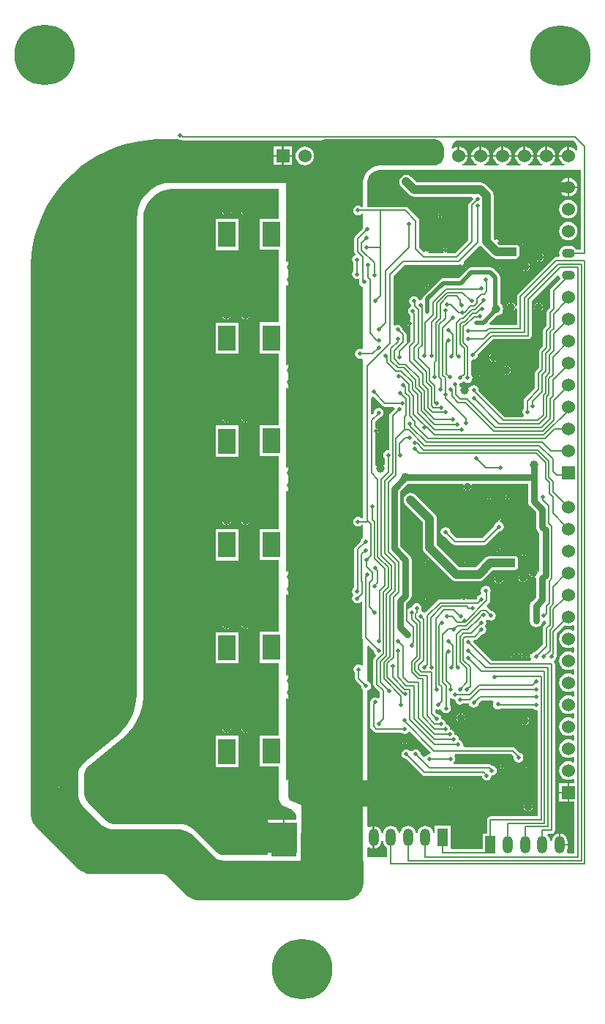
<source format=gbr>
G04 Layer_Physical_Order=2*
G04 Layer_Color=16711680*
%FSLAX26Y26*%
%MOIN*%
%TF.FileFunction,Copper,L2,Bot,Signal*%
%TF.Part,Single*%
G01*
G75*
%TA.AperFunction,Conductor*%
%ADD28C,0.007874*%
%ADD29C,0.019685*%
%ADD30C,0.031496*%
%ADD32C,0.047244*%
%ADD33C,0.039370*%
%TA.AperFunction,ComponentPad*%
%ADD51R,0.078740X0.078740*%
%ADD52C,0.078740*%
%ADD53C,0.060000*%
%ADD54R,0.060000X0.060000*%
%ADD55O,0.060000X0.043307*%
%ADD56R,0.060000X0.060000*%
%ADD57O,0.047244X0.078740*%
%ADD58R,0.047244X0.078740*%
%ADD59C,0.157480*%
%ADD60R,0.118110X0.157480*%
%ADD61R,0.078740X0.118110*%
%TA.AperFunction,ViaPad*%
%ADD62C,0.275591*%
%ADD63C,0.020079*%
%ADD64C,0.039370*%
%ADD65C,0.035433*%
%TA.AperFunction,Conductor*%
%ADD66R,0.086614X0.124826*%
%ADD67R,0.279527X0.106299*%
%ADD68R,0.244094X0.165354*%
%ADD69R,0.094488X0.039370*%
%ADD70R,0.086614X0.039370*%
G36*
X5401574Y5389764D02*
X5405840Y5389764D01*
X5414207Y5388100D01*
X5422088Y5384835D01*
X5429182Y5380096D01*
X5435214Y5374064D01*
X5439953Y5366970D01*
X5443218Y5359089D01*
X5444882Y5350721D01*
X5444882Y5346456D01*
X5444882Y5314961D01*
X5444881Y5314960D01*
X5444881Y5310695D01*
X5443217Y5302328D01*
X5439953Y5294446D01*
X5435213Y5287353D01*
X5429181Y5281321D01*
X5422088Y5276582D01*
X5414206Y5273317D01*
X5405839Y5271653D01*
X5401574Y5271653D01*
X5157476Y5271653D01*
X5149377Y5271256D01*
X5133480Y5268094D01*
X5118507Y5261891D01*
X5105030Y5252887D01*
X5093570Y5241426D01*
X5084565Y5227950D01*
X5078363Y5212976D01*
X5075201Y5197080D01*
X5074803Y5188976D01*
X5074803Y5188976D01*
X5074803Y5188976D01*
Y5082986D01*
X5068843D01*
X5062069Y5087512D01*
X5053543Y5089208D01*
X5045018Y5087512D01*
X5037790Y5082682D01*
X5032961Y5075455D01*
X5031265Y5066929D01*
X5032961Y5058404D01*
X5037790Y5051176D01*
X5045018Y5046346D01*
X5053543Y5044651D01*
X5062069Y5046346D01*
X5068843Y5050873D01*
X5074803D01*
Y4985029D01*
X5074364Y4982819D01*
X5042190Y4950645D01*
X5038709Y4945436D01*
X5037487Y4939291D01*
X5037487Y4939291D01*
Y4877953D01*
X5037487Y4877953D01*
X5038709Y4871808D01*
X5041115Y4868207D01*
X5041091Y4864695D01*
X5039603Y4862115D01*
X5033853Y4858273D01*
X5029024Y4851045D01*
X5027328Y4842520D01*
X5029024Y4833994D01*
X5033550Y4827220D01*
Y4790890D01*
X5029024Y4784116D01*
X5027328Y4775591D01*
X5029024Y4767065D01*
X5033853Y4759837D01*
X5041081Y4755008D01*
X5049606Y4753312D01*
X5056109Y4754605D01*
X5058281Y4753231D01*
X5060520Y4748683D01*
X5058824Y4740157D01*
X5060520Y4731632D01*
X5065349Y4724404D01*
X5072577Y4719575D01*
X5074803Y4719132D01*
X5074803Y4437329D01*
X5069803Y4434310D01*
X5062992Y4435664D01*
X5054467Y4433968D01*
X5047239Y4429139D01*
X5042409Y4421911D01*
X5040714Y4413386D01*
X5042409Y4404860D01*
X5047239Y4397633D01*
X5054467Y4392803D01*
X5062992Y4391107D01*
X5069803Y4392462D01*
X5074803Y4389443D01*
Y3665663D01*
X5068843D01*
X5062069Y3670189D01*
X5053543Y3671885D01*
X5045018Y3670189D01*
X5037790Y3665360D01*
X5032961Y3658132D01*
X5031265Y3649606D01*
X5032961Y3641081D01*
X5037790Y3633853D01*
X5045018Y3629024D01*
X5053543Y3627328D01*
X5062069Y3629024D01*
X5068843Y3633550D01*
X5074803D01*
X5074803Y3575864D01*
X5073223Y3574808D01*
X5068394Y3567581D01*
X5066805Y3559590D01*
X5042190Y3534976D01*
X5038709Y3529767D01*
X5037487Y3523622D01*
X5037487Y3523622D01*
Y3348890D01*
X5033853Y3346462D01*
X5029024Y3339234D01*
X5027328Y3330709D01*
X5029024Y3322183D01*
X5033850Y3314961D01*
X5029024Y3307738D01*
X5027328Y3299213D01*
X5029024Y3290687D01*
X5033853Y3283459D01*
X5041081Y3278630D01*
X5049606Y3276934D01*
X5058132Y3278630D01*
X5065359Y3283459D01*
X5067920Y3287291D01*
X5072920Y3285774D01*
Y3122048D01*
X5072920Y3122047D01*
X5074142Y3115903D01*
X5074803Y3114914D01*
Y2995623D01*
X5069803Y2993319D01*
X5064352Y2996961D01*
X5055827Y2998656D01*
X5047301Y2996961D01*
X5040074Y2992131D01*
X5035244Y2984904D01*
X5033548Y2976378D01*
X5035244Y2967852D01*
X5039770Y2961079D01*
Y2936378D01*
X5039770Y2936378D01*
X5040993Y2930233D01*
X5044473Y2925024D01*
X5068360Y2901137D01*
X5069969Y2893049D01*
X5074798Y2885822D01*
X5074803Y2885818D01*
X5074803Y2106299D01*
X5078740D01*
Y2009183D01*
X5078740Y2009183D01*
Y2000911D01*
X5075512Y1984685D01*
X5069181Y1969400D01*
X5059990Y1955645D01*
X5048292Y1943947D01*
X5034536Y1934755D01*
X5019252Y1928424D01*
X5003026Y1925197D01*
X4994754D01*
X4326096Y1925197D01*
X4318767Y1925197D01*
X4304392Y1928056D01*
X4290851Y1933665D01*
X4278664Y1941808D01*
X4273482Y1946990D01*
X4186670Y2033802D01*
X4186670Y2033802D01*
X4184311Y2035942D01*
X4179022Y2039477D01*
X4173144Y2041911D01*
X4166904Y2043151D01*
X4163723Y2043307D01*
X3847412Y2043307D01*
X3842162D01*
X3831714Y2044336D01*
X3821416Y2046384D01*
X3811369Y2049432D01*
X3801669Y2053450D01*
X3792409Y2058400D01*
X3783679Y2064233D01*
X3775563Y2070893D01*
X3771851Y2074606D01*
X3588722Y2257734D01*
X3588722D01*
X3582309Y2264147D01*
X3572232Y2279229D01*
X3565291Y2295986D01*
X3561752Y2313776D01*
X3561752Y2322846D01*
X3561752Y2460630D01*
X3561753Y4793263D01*
X3561753Y4797972D01*
X3561753Y4797973D01*
X3561753Y4797973D01*
X3561753Y4797973D01*
X3561752Y4821224D01*
X3565401Y4867584D01*
X3572675Y4913514D01*
X3583531Y4958733D01*
X3597901Y5002960D01*
X3615697Y5045923D01*
X3636809Y5087357D01*
X3661107Y5127008D01*
X3688441Y5164630D01*
X3718642Y5199991D01*
X3751525Y5232873D01*
X3786886Y5263075D01*
X3824508Y5290409D01*
X3864158Y5314706D01*
X3905593Y5335818D01*
X3948556Y5353614D01*
X3992783Y5367984D01*
X4038001Y5378840D01*
X4083932Y5386115D01*
X4130291Y5389763D01*
X4153543Y5389763D01*
X4234226Y5389763D01*
X4235569Y5388866D01*
X4244095Y5387170D01*
X4247965Y5387940D01*
X4249761Y5386740D01*
X4255905Y5385518D01*
X4887429D01*
X4894027Y5388251D01*
X4901634Y5389764D01*
X4905511Y5389763D01*
X5401575Y5389764D01*
X5401574Y5389764D01*
D02*
G37*
G36*
X6038335Y5381853D02*
X6043270Y5376918D01*
X6047148Y5371114D01*
X6049819Y5364666D01*
X6051181Y5357820D01*
X6051181Y5340035D01*
X6046181Y5338338D01*
X6041237Y5344781D01*
X6032503Y5351483D01*
X6022332Y5355695D01*
X6015354Y5356614D01*
Y5314961D01*
X6011417D01*
Y5311024D01*
X5969764D01*
X5970682Y5304046D01*
X5974895Y5293875D01*
X5981597Y5285141D01*
X5990331Y5278439D01*
X5994641Y5276654D01*
X5993647Y5271654D01*
X5929188D01*
X5928193Y5276654D01*
X5932503Y5278439D01*
X5941237Y5285141D01*
X5947939Y5293875D01*
X5952152Y5304046D01*
X5953071Y5311024D01*
X5869764D01*
X5870682Y5304046D01*
X5874895Y5293875D01*
X5881597Y5285141D01*
X5890331Y5278439D01*
X5894641Y5276654D01*
X5893647Y5271654D01*
X5829188D01*
X5828193Y5276654D01*
X5832503Y5278439D01*
X5841237Y5285141D01*
X5847939Y5293875D01*
X5852152Y5304046D01*
X5853071Y5311024D01*
X5769764D01*
X5770682Y5304046D01*
X5774895Y5293875D01*
X5781597Y5285141D01*
X5790331Y5278439D01*
X5794641Y5276654D01*
X5793647Y5271654D01*
X5729188Y5271653D01*
X5728193Y5276654D01*
X5732503Y5278439D01*
X5741237Y5285141D01*
X5747939Y5293875D01*
X5752152Y5304046D01*
X5753071Y5311024D01*
X5669764D01*
X5670682Y5304046D01*
X5674895Y5293875D01*
X5681597Y5285141D01*
X5690331Y5278439D01*
X5694641Y5276654D01*
X5693647Y5271653D01*
X5629188D01*
X5628193Y5276654D01*
X5632503Y5278439D01*
X5641237Y5285141D01*
X5647939Y5293875D01*
X5652152Y5304046D01*
X5653071Y5311024D01*
X5569764D01*
X5570682Y5304046D01*
X5574895Y5293875D01*
X5581597Y5285141D01*
X5590331Y5278439D01*
X5594641Y5276653D01*
X5593647Y5271653D01*
X5529188D01*
X5528193Y5276653D01*
X5532503Y5278439D01*
X5541237Y5285141D01*
X5547939Y5293875D01*
X5552152Y5304046D01*
X5553071Y5311024D01*
X5511417D01*
Y5314961D01*
X5507480D01*
Y5356614D01*
X5500502Y5355695D01*
X5490331Y5351483D01*
X5485315Y5347633D01*
X5480373Y5350071D01*
X5480389Y5351093D01*
X5481979Y5359089D01*
X5485244Y5366970D01*
X5489983Y5374063D01*
X5496015Y5380095D01*
X5503108Y5384834D01*
X5504759Y5385518D01*
X6032849D01*
X6038335Y5381853D01*
D02*
G37*
G36*
X6070558Y4888497D02*
X6049728D01*
X6049389Y4889318D01*
X6044025Y4896308D01*
X6037034Y4901672D01*
X6028894Y4905044D01*
X6020158Y4906194D01*
X6003465D01*
X5994729Y4905044D01*
X5986588Y4901672D01*
X5979597Y4896308D01*
X5974233Y4889318D01*
X5970861Y4881177D01*
X5969711Y4872441D01*
X5970861Y4863705D01*
X5971355Y4862513D01*
X5968614Y4857189D01*
X5965873Y4855171D01*
X5960630Y4856214D01*
X5954485Y4854992D01*
X5949276Y4851511D01*
X5782347Y4684582D01*
X5778867Y4679373D01*
X5777644Y4673228D01*
X5777644Y4673228D01*
Y4636515D01*
X5774507Y4629940D01*
X5769770Y4629474D01*
X5769653Y4630061D01*
X5768937Y4633665D01*
X5764586Y4640176D01*
X5758074Y4644527D01*
X5755394Y4645060D01*
Y4625984D01*
Y4606908D01*
X5758074Y4607441D01*
X5764586Y4611792D01*
X5768937Y4618303D01*
X5769653Y4621907D01*
X5769770Y4622494D01*
X5774507Y4622028D01*
X5777644Y4615453D01*
Y4543615D01*
X5655265D01*
X5652003Y4551489D01*
X5687371Y4586857D01*
X5691687Y4587425D01*
X5699349Y4590599D01*
X5705928Y4595647D01*
X5710976Y4602226D01*
X5714150Y4609888D01*
X5715232Y4618110D01*
X5714150Y4626332D01*
X5710976Y4633994D01*
X5705928Y4640573D01*
X5701605Y4643890D01*
Y4760827D01*
X5699925Y4769275D01*
X5695139Y4776438D01*
X5671517Y4800060D01*
X5664354Y4804846D01*
X5655905Y4806526D01*
X5570276D01*
X5561827Y4804846D01*
X5554664Y4800060D01*
X5512902Y4758298D01*
X5443307D01*
X5434858Y4756618D01*
X5427696Y4751832D01*
X5354861Y4678997D01*
X5350075Y4671835D01*
X5348395Y4663386D01*
X5340521Y4657798D01*
X5338976Y4658105D01*
X5331130Y4656544D01*
X5330031Y4662069D01*
X5325202Y4669297D01*
X5317974Y4674126D01*
X5309449Y4675822D01*
X5300923Y4674126D01*
X5293696Y4669297D01*
X5288866Y4662069D01*
X5287170Y4653543D01*
X5288866Y4645018D01*
X5293696Y4637790D01*
X5295123Y4636837D01*
X5295247Y4632118D01*
X5294747Y4628459D01*
X5288105Y4624021D01*
X5283276Y4616793D01*
X5281580Y4608268D01*
X5283276Y4599742D01*
X5288105Y4592514D01*
X5293392Y4588981D01*
Y4566926D01*
X5287795Y4560078D01*
X5283878Y4559299D01*
X5280557Y4557080D01*
X5279062Y4554842D01*
X5287795D01*
Y4544842D01*
X5279062D01*
X5280557Y4542604D01*
X5283878Y4540386D01*
X5287795Y4539606D01*
X5293392Y4532759D01*
Y4475155D01*
X5281263Y4463025D01*
X5274006Y4466904D01*
X5274324Y4468504D01*
Y4499999D01*
X5274324Y4500000D01*
X5273102Y4506144D01*
X5269622Y4511354D01*
X5269621Y4511354D01*
X5256818Y4524157D01*
X5255228Y4532148D01*
X5250399Y4539375D01*
X5243171Y4544204D01*
X5234646Y4545900D01*
X5226120Y4544204D01*
X5223143Y4542215D01*
X5215269Y4546424D01*
Y4768940D01*
X5264918Y4818589D01*
X5514173D01*
X5514173Y4818589D01*
X5520318Y4819811D01*
X5520523Y4819949D01*
X5527610Y4815213D01*
X5527559Y4814961D01*
X5528338Y4811043D01*
X5530557Y4807723D01*
X5532795Y4806227D01*
Y4814961D01*
X5537795D01*
Y4819961D01*
X5546529D01*
X5545033Y4822199D01*
X5541712Y4824417D01*
X5538439Y4825069D01*
X5536889Y4827513D01*
X5534880Y4832645D01*
X5606553Y4904318D01*
X5617004Y4903633D01*
X5617694Y4902734D01*
X5664938Y4855489D01*
X5671518Y4850441D01*
X5677835Y4847824D01*
X5678856Y4847142D01*
X5683465Y4846225D01*
X5687096D01*
X5687402Y4846185D01*
X5687708Y4846225D01*
X5702843D01*
X5703150Y4846185D01*
X5703457Y4846225D01*
X5750087D01*
X5750394Y4846185D01*
X5750701Y4846225D01*
X5777953D01*
X5782561Y4847142D01*
X5786468Y4849752D01*
X5789078Y4853659D01*
X5789995Y4858268D01*
Y4897638D01*
X5789078Y4902246D01*
X5786468Y4906153D01*
X5782561Y4908763D01*
X5777953Y4909680D01*
X5750701D01*
X5750394Y4909721D01*
X5750087Y4909680D01*
X5703457D01*
X5703150Y4909721D01*
X5702843Y4909680D01*
X5700601D01*
X5690609Y4919672D01*
X5694488Y4926928D01*
X5695276Y4926772D01*
X5699193Y4927551D01*
X5702514Y4929770D01*
X5704009Y4932008D01*
X5695276D01*
Y4937008D01*
X5690276D01*
Y4945741D01*
X5688038Y4944246D01*
X5685819Y4940925D01*
X5685040Y4937008D01*
X5685196Y4936220D01*
X5677940Y4932341D01*
X5671925Y4938355D01*
Y5133858D01*
X5670843Y5142080D01*
X5667669Y5149742D01*
X5662621Y5156322D01*
X5635062Y5183881D01*
X5628482Y5188929D01*
X5620821Y5192103D01*
X5612599Y5193185D01*
X5322607D01*
X5296479Y5219314D01*
X5289900Y5224362D01*
X5282238Y5227536D01*
X5274016Y5228618D01*
X5265794Y5227536D01*
X5258132Y5224362D01*
X5251553Y5219314D01*
X5246504Y5212734D01*
X5243331Y5205072D01*
X5242248Y5196850D01*
X5243331Y5188628D01*
X5246504Y5180966D01*
X5251553Y5174387D01*
X5286986Y5138954D01*
X5293565Y5133906D01*
X5301227Y5130732D01*
X5309449Y5129650D01*
X5573469D01*
X5579238Y5121775D01*
X5578615Y5118646D01*
X5561584Y5101614D01*
X5558103Y5096405D01*
X5556881Y5090260D01*
X5556881Y5090260D01*
Y4931556D01*
X5495711Y4870387D01*
X5460317D01*
X5457929Y4878261D01*
X5458419Y4878589D01*
X5459914Y4880827D01*
X5442448D01*
X5443943Y4878589D01*
X5444433Y4878261D01*
X5442045Y4870387D01*
X5375088D01*
X5374511Y4871896D01*
X5373779Y4878261D01*
X5375742Y4879573D01*
X5377237Y4881811D01*
X5358509D01*
X5355100Y4874944D01*
X5354914Y4874880D01*
X5333379Y4896415D01*
Y5019685D01*
X5332157Y5025830D01*
X5328677Y5031039D01*
X5328676Y5031039D01*
X5281432Y5078283D01*
X5276223Y5081763D01*
X5270079Y5082986D01*
X5270078Y5082986D01*
X5096850D01*
Y5191338D01*
Y5197310D01*
X5099180Y5209023D01*
X5103751Y5220057D01*
X5110386Y5229988D01*
X5118831Y5238433D01*
X5128761Y5245068D01*
X5139795Y5249638D01*
X5151509Y5251968D01*
X5157480Y5251968D01*
X6070558Y5251968D01*
Y4888497D01*
D02*
G37*
G36*
X5970210Y4768651D02*
X5970861Y4763705D01*
X5974233Y4755564D01*
X5975413Y4754026D01*
X5933528Y4712141D01*
X5930048Y4706932D01*
X5928825Y4700787D01*
X5928825Y4700787D01*
Y4624761D01*
X5917780Y4613716D01*
X5914300Y4608507D01*
X5913077Y4602362D01*
X5913077Y4602362D01*
Y4542084D01*
X5902032Y4531039D01*
X5898551Y4525830D01*
X5897329Y4519685D01*
X5897329Y4519685D01*
Y4447596D01*
X5882347Y4432614D01*
X5878867Y4427404D01*
X5877644Y4421260D01*
X5877644Y4421259D01*
Y4349171D01*
X5865024Y4336551D01*
X5861544Y4331342D01*
X5860321Y4325197D01*
X5860322Y4325196D01*
Y4257045D01*
X5813843Y4210566D01*
X5810363Y4205357D01*
X5809140Y4199213D01*
X5809140Y4199212D01*
Y4164906D01*
X5804614Y4158132D01*
X5802918Y4149606D01*
X5804614Y4141081D01*
X5809234Y4134167D01*
X5808868Y4132331D01*
X5806586Y4126293D01*
X5721611D01*
X5602799Y4245105D01*
X5603381Y4248031D01*
X5601685Y4256557D01*
X5596856Y4263785D01*
X5589628Y4268614D01*
X5581102Y4270310D01*
X5572577Y4268614D01*
X5565349Y4263785D01*
X5562882Y4260092D01*
X5553715Y4259637D01*
X5551987Y4262224D01*
X5545476Y4266574D01*
X5542795Y4267108D01*
Y4248031D01*
X5532795D01*
Y4267108D01*
X5530115Y4266574D01*
X5523603Y4262224D01*
X5516334Y4265517D01*
X5515071Y4267065D01*
X5516292Y4273205D01*
X5518110Y4280871D01*
X5526636Y4282567D01*
X5530031Y4284836D01*
X5535827Y4286748D01*
X5541623Y4284836D01*
X5545018Y4282567D01*
X5553543Y4280871D01*
X5562069Y4282567D01*
X5569297Y4287396D01*
X5574126Y4294624D01*
X5575822Y4303150D01*
X5574126Y4311675D01*
X5569600Y4318449D01*
Y4382469D01*
X5575686Y4387465D01*
X5577165Y4387170D01*
X5585691Y4388866D01*
X5592919Y4393696D01*
X5597748Y4400923D01*
X5599337Y4408913D01*
X5670430Y4480006D01*
X5829134D01*
X5835279Y4481229D01*
X5840488Y4484709D01*
X5843968Y4489918D01*
X5845190Y4496063D01*
Y4654766D01*
X5961929Y4771505D01*
X5970210Y4768651D01*
D02*
G37*
G36*
X5123874Y4217985D02*
X5164237Y4177623D01*
X5169446Y4174142D01*
X5175591Y4172920D01*
X5175591Y4172920D01*
X5215177D01*
X5220963Y4165046D01*
X5220348Y4161953D01*
X5199670Y4141275D01*
X5196189Y4136066D01*
X5194967Y4129921D01*
X5194967Y4129921D01*
Y3978012D01*
X5191338Y3975034D01*
X5182813Y3973338D01*
X5175585Y3968509D01*
X5170756Y3961282D01*
X5169060Y3952756D01*
X5170756Y3944230D01*
X5175282Y3937457D01*
Y3909291D01*
X5167408Y3905753D01*
X5163586Y3908307D01*
X5160905Y3908840D01*
Y3889764D01*
X5150905D01*
Y3908840D01*
X5148225Y3908307D01*
X5141713Y3903956D01*
X5140466Y3902089D01*
X5132592Y3904477D01*
Y4049778D01*
X5136221Y4052756D01*
X5140138Y4053535D01*
X5143458Y4055754D01*
X5144954Y4057992D01*
X5136221D01*
Y4067992D01*
X5144954D01*
X5143458Y4070230D01*
X5140138Y4072449D01*
X5136221Y4073228D01*
X5132592Y4076206D01*
Y4103585D01*
X5153481Y4124475D01*
X5156557Y4125087D01*
X5163785Y4129916D01*
X5168614Y4137144D01*
X5170310Y4145669D01*
X5168614Y4154195D01*
X5163785Y4161422D01*
X5156557Y4166252D01*
X5148032Y4167948D01*
X5139506Y4166252D01*
X5132278Y4161422D01*
X5127449Y4154195D01*
X5125753Y4145669D01*
X5126335Y4142743D01*
X5120182Y4136590D01*
X5112907Y4139603D01*
Y4212815D01*
X5120781Y4218601D01*
X5123874Y4217985D01*
D02*
G37*
G36*
X5828896Y3740158D02*
X5829843Y3732963D01*
X5832620Y3726259D01*
X5837038Y3720502D01*
X5864329Y3693211D01*
Y3625984D01*
X5865276Y3618790D01*
X5868053Y3612086D01*
X5872471Y3606329D01*
X5880077Y3598722D01*
Y3421232D01*
X5872203Y3420457D01*
X5871299Y3425003D01*
X5866948Y3431515D01*
X5860437Y3435866D01*
X5857756Y3436399D01*
Y3417323D01*
Y3398102D01*
X5863701Y3393683D01*
X5864650Y3392201D01*
X5864329Y3389764D01*
Y3305215D01*
X5844912Y3285797D01*
X5840494Y3280040D01*
X5837717Y3273336D01*
X5836770Y3266142D01*
Y3196850D01*
X5837717Y3189656D01*
X5840494Y3182952D01*
X5844912Y3177195D01*
X5850668Y3172778D01*
X5857373Y3170001D01*
X5864567Y3169053D01*
X5871761Y3170001D01*
X5878465Y3172778D01*
X5884222Y3177195D01*
X5888640Y3182952D01*
X5891417Y3189656D01*
X5891701Y3191816D01*
X5899509Y3198292D01*
X5900000Y3198194D01*
X5903628Y3198916D01*
X5910700Y3193720D01*
X5911069Y3185745D01*
X5900457Y3175133D01*
X5896977Y3169924D01*
X5895754Y3163780D01*
X5895755Y3163779D01*
Y3089328D01*
X5864031Y3057605D01*
X5856041Y3056016D01*
X5848814Y3051186D01*
X5845441Y3046138D01*
X5837772Y3045811D01*
X5836689Y3046134D01*
X5836372Y3046608D01*
X5834134Y3048103D01*
Y3039370D01*
Y3030637D01*
X5834332Y3030769D01*
X5842015Y3028548D01*
X5844100Y3022963D01*
X5839758Y3016057D01*
X5663855D01*
X5577858Y3102054D01*
X5578131Y3105095D01*
X5582098Y3109928D01*
X5585039D01*
X5585039Y3109928D01*
X5591184Y3111150D01*
X5596393Y3114631D01*
X5617071Y3135308D01*
X5625061Y3136898D01*
X5632289Y3141727D01*
X5637118Y3148955D01*
X5638814Y3157480D01*
X5637118Y3166006D01*
X5632292Y3173228D01*
X5637118Y3180451D01*
X5638814Y3188976D01*
X5637226Y3196959D01*
X5637260Y3197724D01*
X5638604Y3199835D01*
X5648589Y3201712D01*
X5651317Y3199890D01*
X5659842Y3198194D01*
X5668368Y3199890D01*
X5675596Y3204719D01*
X5680425Y3211947D01*
X5682121Y3220472D01*
X5680425Y3228998D01*
X5675596Y3236226D01*
X5668368Y3241055D01*
X5660378Y3242644D01*
X5647574Y3255448D01*
X5642365Y3258929D01*
X5641719Y3259057D01*
X5641136Y3259931D01*
X5639127Y3267601D01*
X5651511Y3279985D01*
X5654992Y3285194D01*
X5656214Y3291339D01*
X5656214Y3291339D01*
Y3325238D01*
X5656803Y3326120D01*
X5658499Y3334646D01*
X5656803Y3343171D01*
X5651974Y3350399D01*
X5644746Y3355228D01*
X5636221Y3356924D01*
X5627695Y3355228D01*
X5620467Y3350399D01*
X5615638Y3343171D01*
X5613942Y3334646D01*
X5615638Y3326120D01*
X5616386Y3325001D01*
X5612436Y3316739D01*
X5608010Y3315858D01*
X5600782Y3311029D01*
X5595953Y3303801D01*
X5594364Y3295811D01*
X5594136Y3295584D01*
X5552253D01*
X5546063Y3302165D01*
X5545284Y3306082D01*
X5543065Y3309403D01*
X5540827Y3310898D01*
Y3302165D01*
X5530827D01*
Y3310898D01*
X5528589Y3309403D01*
X5526370Y3306082D01*
X5525591Y3302165D01*
X5519401Y3295584D01*
X5427560D01*
X5427559Y3295584D01*
X5421414Y3294362D01*
X5416205Y3290881D01*
X5416205Y3290881D01*
X5362350Y3237026D01*
X5354730Y3234257D01*
X5351212Y3236607D01*
X5347502Y3239086D01*
X5345974Y3239390D01*
X5341842Y3247380D01*
X5343538Y3255905D01*
X5341842Y3264431D01*
X5337013Y3271659D01*
X5329785Y3276488D01*
X5321260Y3278184D01*
X5312734Y3276488D01*
X5305507Y3271659D01*
X5300677Y3264431D01*
X5299427Y3258143D01*
X5297638Y3258499D01*
X5289112Y3256803D01*
X5282127Y3252136D01*
X5280647Y3252420D01*
X5274253Y3254726D01*
Y3275888D01*
X5289734Y3291368D01*
X5294151Y3297125D01*
X5296928Y3303829D01*
X5297876Y3311024D01*
Y3476378D01*
X5296928Y3483572D01*
X5294151Y3490276D01*
X5289734Y3496033D01*
X5246694Y3539073D01*
Y3787699D01*
X5278989Y3819994D01*
X5285274Y3822597D01*
X5533129D01*
X5537338Y3814723D01*
X5536855Y3813999D01*
X5536474Y3812087D01*
X5570612D01*
X5570232Y3813999D01*
X5569748Y3814723D01*
X5573957Y3822597D01*
X5828896D01*
Y3740158D01*
D02*
G37*
G36*
X6039062Y3175103D02*
Y3156393D01*
X6031188Y3152978D01*
X6022726Y3156483D01*
X6011811Y3157920D01*
X6000896Y3156483D01*
X5990725Y3152270D01*
X5981991Y3145568D01*
X5975289Y3136834D01*
X5971076Y3126663D01*
X5969639Y3115748D01*
X5971076Y3104833D01*
X5975289Y3094662D01*
X5981991Y3085928D01*
X5990725Y3079226D01*
X6000896Y3075013D01*
X6011811Y3073576D01*
X6022726Y3075013D01*
X6031188Y3078518D01*
X6039062Y3075103D01*
Y3056393D01*
X6031188Y3052978D01*
X6022726Y3056483D01*
X6011811Y3057920D01*
X6000896Y3056483D01*
X5990725Y3052270D01*
X5981991Y3045568D01*
X5975289Y3036834D01*
X5971076Y3026663D01*
X5969639Y3015748D01*
X5971076Y3004833D01*
X5975289Y2994662D01*
X5981991Y2985928D01*
X5990725Y2979226D01*
X6000896Y2975013D01*
X6011811Y2973576D01*
X6022726Y2975013D01*
X6031188Y2978518D01*
X6039062Y2975103D01*
Y2956393D01*
X6031188Y2952978D01*
X6022726Y2956483D01*
X6011811Y2957920D01*
X6000896Y2956483D01*
X5990725Y2952270D01*
X5981991Y2945568D01*
X5975289Y2936834D01*
X5971076Y2926663D01*
X5969639Y2915748D01*
X5971076Y2904833D01*
X5975289Y2894662D01*
X5981991Y2885928D01*
X5990725Y2879226D01*
X6000896Y2875013D01*
X6011811Y2873576D01*
X6022726Y2875013D01*
X6031188Y2878518D01*
X6039062Y2875103D01*
Y2856393D01*
X6031188Y2852978D01*
X6022726Y2856483D01*
X6011811Y2857920D01*
X6000896Y2856483D01*
X5990725Y2852270D01*
X5981991Y2845568D01*
X5975289Y2836834D01*
X5971076Y2826663D01*
X5969639Y2815748D01*
X5971076Y2804833D01*
X5975289Y2794662D01*
X5981991Y2785928D01*
X5990725Y2779226D01*
X6000896Y2775013D01*
X6011811Y2773576D01*
X6022726Y2775013D01*
X6031188Y2778518D01*
X6039062Y2775103D01*
Y2756393D01*
X6031188Y2752978D01*
X6022726Y2756483D01*
X6011811Y2757920D01*
X6000896Y2756483D01*
X5990725Y2752270D01*
X5981991Y2745568D01*
X5975289Y2736834D01*
X5971076Y2726663D01*
X5969639Y2715748D01*
X5971076Y2704833D01*
X5975289Y2694662D01*
X5981991Y2685928D01*
X5990725Y2679226D01*
X6000896Y2675013D01*
X6011811Y2673576D01*
X6022726Y2675013D01*
X6031188Y2678518D01*
X6039062Y2675103D01*
Y2656393D01*
X6031188Y2652978D01*
X6022726Y2656483D01*
X6011811Y2657920D01*
X6000896Y2656483D01*
X5990725Y2652270D01*
X5981991Y2645568D01*
X5975289Y2636834D01*
X5971076Y2626663D01*
X5969639Y2615748D01*
X5971076Y2604833D01*
X5975289Y2594662D01*
X5981991Y2585928D01*
X5990725Y2579226D01*
X6000896Y2575013D01*
X6011811Y2573576D01*
X6022726Y2575013D01*
X6031188Y2578518D01*
X6039062Y2575103D01*
Y2556393D01*
X6031188Y2552978D01*
X6022726Y2556483D01*
X6011811Y2557920D01*
X6000896Y2556483D01*
X5990725Y2552270D01*
X5981991Y2545568D01*
X5975289Y2536834D01*
X5971076Y2526663D01*
X5969639Y2515748D01*
X5971076Y2504833D01*
X5975289Y2494662D01*
X5981991Y2485928D01*
X5990725Y2479226D01*
X6000896Y2475013D01*
X6011811Y2473576D01*
X6022726Y2475013D01*
X6031188Y2478518D01*
X6039062Y2475103D01*
Y2457559D01*
X6015748D01*
Y2415748D01*
Y2373937D01*
X6039062D01*
Y2138104D01*
X6008235D01*
X6004398Y2145978D01*
X6006962Y2152167D01*
X6008180Y2161417D01*
Y2173228D01*
X5972441D01*
Y2177165D01*
X5968504D01*
Y2228134D01*
X5963191Y2227434D01*
X5954572Y2223864D01*
X5947170Y2218185D01*
X5941490Y2210783D01*
X5937920Y2202163D01*
X5937042Y2195493D01*
X5929100D01*
X5928222Y2202163D01*
X5924651Y2210783D01*
X5918972Y2218185D01*
X5916392Y2220164D01*
X5919065Y2228038D01*
X5935433D01*
X5941578Y2229260D01*
X5946787Y2232741D01*
X5950267Y2237950D01*
X5951490Y2244094D01*
Y3000000D01*
X5950267Y3006145D01*
X5946787Y3011354D01*
X5949843Y3018782D01*
X5951186Y3019680D01*
X5956016Y3026907D01*
X5957712Y3035433D01*
X5957545Y3036270D01*
X5958141Y3037162D01*
X5959364Y3043307D01*
Y3140593D01*
X5995867Y3177096D01*
X6000896Y3175013D01*
X6011811Y3173576D01*
X6022726Y3175013D01*
X6031188Y3178518D01*
X6039062Y3175103D01*
D02*
G37*
G36*
X5125860Y3062456D02*
X5127449Y3054466D01*
X5132279Y3047239D01*
X5133231Y3046602D01*
X5134230Y3036465D01*
X5128804Y3031039D01*
X5125323Y3025829D01*
X5124101Y3019685D01*
X5124101Y3019684D01*
Y2909449D01*
X5124101Y2909449D01*
X5125323Y2903304D01*
X5128804Y2898095D01*
X5151660Y2875239D01*
Y2849574D01*
X5143786Y2845365D01*
X5140809Y2847354D01*
X5132283Y2849050D01*
X5123758Y2847354D01*
X5116530Y2842525D01*
X5111701Y2835297D01*
X5110005Y2826772D01*
X5110172Y2825935D01*
X5109575Y2825042D01*
X5108353Y2818898D01*
X5108353Y2818897D01*
Y2716536D01*
X5108353Y2716535D01*
X5109575Y2710391D01*
X5113056Y2705182D01*
X5124867Y2693371D01*
X5124867Y2693371D01*
X5130076Y2689890D01*
X5136221Y2688668D01*
X5250842D01*
X5257616Y2684142D01*
X5266142Y2682446D01*
X5274667Y2684142D01*
X5281895Y2688971D01*
X5282532Y2689924D01*
X5292669Y2690923D01*
X5385399Y2598193D01*
X5381520Y2590936D01*
X5380315Y2591176D01*
X5371789Y2589480D01*
X5364562Y2584651D01*
X5361560Y2580157D01*
X5352455Y2578126D01*
X5339495Y2591087D01*
X5337905Y2599077D01*
X5333076Y2606304D01*
X5325849Y2611134D01*
X5317323Y2612829D01*
X5308797Y2611134D01*
X5301570Y2606304D01*
X5300404Y2604560D01*
X5290934D01*
X5289769Y2606304D01*
X5282541Y2611134D01*
X5274016Y2612829D01*
X5265490Y2611134D01*
X5258263Y2606304D01*
X5253433Y2599077D01*
X5251737Y2590551D01*
X5253433Y2582026D01*
X5258263Y2574798D01*
X5265490Y2569968D01*
X5273480Y2568379D01*
X5345339Y2496521D01*
X5345339Y2496520D01*
X5350548Y2493040D01*
X5356693Y2491817D01*
X5356693Y2491818D01*
X5617758D01*
X5617986Y2491590D01*
X5619575Y2483600D01*
X5624404Y2476373D01*
X5631632Y2471543D01*
X5640158Y2469847D01*
X5648683Y2471543D01*
X5655911Y2476373D01*
X5660740Y2483600D01*
X5662436Y2492126D01*
X5663780Y2493470D01*
X5672305Y2495165D01*
X5679533Y2499995D01*
X5684362Y2507222D01*
X5686058Y2515748D01*
X5684362Y2524274D01*
X5679533Y2531501D01*
X5672305Y2536331D01*
X5664315Y2537920D01*
X5663322Y2538913D01*
X5658113Y2542393D01*
X5651968Y2543616D01*
X5651968Y2543615D01*
X5490469D01*
X5488080Y2551490D01*
X5490556Y2553144D01*
X5495386Y2560372D01*
X5497082Y2568897D01*
X5495386Y2577423D01*
X5492081Y2582369D01*
X5495042Y2589655D01*
X5495569Y2590243D01*
X5751617D01*
X5764130Y2577729D01*
X5763548Y2574803D01*
X5765244Y2566278D01*
X5770074Y2559050D01*
X5777301Y2554220D01*
X5785827Y2552525D01*
X5794352Y2554220D01*
X5801580Y2559050D01*
X5806409Y2566278D01*
X5808105Y2574803D01*
X5806409Y2583329D01*
X5801580Y2590556D01*
X5794352Y2595386D01*
X5791277Y2595997D01*
X5769621Y2617653D01*
X5764412Y2621133D01*
X5758268Y2622356D01*
X5758267Y2622356D01*
X5537579D01*
X5531793Y2630230D01*
X5532515Y2633858D01*
X5530819Y2642384D01*
X5525989Y2649611D01*
X5518762Y2654441D01*
X5512474Y2655691D01*
X5512830Y2657480D01*
X5511134Y2666006D01*
X5506304Y2673233D01*
X5499077Y2678063D01*
X5492789Y2679314D01*
X5493145Y2681102D01*
X5491449Y2689628D01*
X5486619Y2696856D01*
X5479392Y2701685D01*
X5473104Y2702936D01*
X5473459Y2704724D01*
X5471764Y2713250D01*
X5466934Y2720478D01*
X5459707Y2725307D01*
X5453419Y2726558D01*
X5453775Y2728346D01*
X5452079Y2736872D01*
X5447249Y2744100D01*
X5440022Y2748929D01*
X5433734Y2750180D01*
X5434089Y2751968D01*
X5432394Y2760494D01*
X5427564Y2767722D01*
X5420337Y2772551D01*
X5412346Y2774140D01*
X5404245Y2782241D01*
Y2790682D01*
X5409155Y2793307D01*
X5412120Y2794187D01*
X5419685Y2792682D01*
X5425866Y2793912D01*
X5432726Y2791360D01*
X5435253Y2789613D01*
X5439365Y2783459D01*
X5446592Y2778630D01*
X5455118Y2776934D01*
X5463644Y2778630D01*
X5470871Y2783459D01*
X5475701Y2790687D01*
X5477396Y2799213D01*
X5475701Y2807738D01*
X5471175Y2814512D01*
Y2843593D01*
X5477213Y2845876D01*
X5479049Y2846242D01*
X5485963Y2841622D01*
X5488315Y2841154D01*
X5495832Y2838582D01*
X5497528Y2830057D01*
X5502357Y2822829D01*
X5509585Y2818000D01*
X5518110Y2816304D01*
X5526636Y2818000D01*
X5533410Y2822526D01*
X5559277D01*
X5560520Y2816277D01*
X5565349Y2809050D01*
X5572577Y2804220D01*
X5581102Y2802524D01*
X5589628Y2804220D01*
X5596856Y2809050D01*
X5601685Y2816277D01*
X5602786Y2821811D01*
X5615312Y2834337D01*
X5667221D01*
X5671430Y2826463D01*
X5670756Y2825454D01*
X5669060Y2816929D01*
X5670756Y2808403D01*
X5675586Y2801176D01*
X5682813Y2796346D01*
X5691339Y2794650D01*
X5699864Y2796346D01*
X5703692Y2798904D01*
X5849268D01*
X5856041Y2794378D01*
X5864567Y2792682D01*
X5866046Y2792976D01*
X5872132Y2787981D01*
Y2307395D01*
X5657480D01*
X5651336Y2306173D01*
X5646127Y2302692D01*
X5642646Y2297483D01*
X5641424Y2291338D01*
Y2228347D01*
X5622047D01*
Y2157789D01*
X5481174D01*
X5474803Y2161417D01*
Y2263780D01*
X5403937D01*
Y2231184D01*
X5396063Y2230668D01*
X5395151Y2237596D01*
X5391581Y2246216D01*
X5385901Y2253618D01*
X5378499Y2259297D01*
X5369880Y2262867D01*
X5360630Y2264085D01*
X5351380Y2262867D01*
X5342761Y2259297D01*
X5335359Y2253618D01*
X5329679Y2246216D01*
X5326109Y2237596D01*
X5325231Y2230926D01*
X5317289D01*
X5316411Y2237596D01*
X5312840Y2246216D01*
X5307161Y2253618D01*
X5299759Y2259297D01*
X5291140Y2262867D01*
X5281890Y2264085D01*
X5272640Y2262867D01*
X5264020Y2259297D01*
X5256619Y2253618D01*
X5250939Y2246216D01*
X5247369Y2237596D01*
X5246491Y2230926D01*
X5238549D01*
X5237671Y2237596D01*
X5234100Y2246216D01*
X5228421Y2253618D01*
X5221019Y2259297D01*
X5212400Y2262867D01*
X5203150Y2264085D01*
X5193900Y2262867D01*
X5185280Y2259297D01*
X5177878Y2253618D01*
X5172199Y2246216D01*
X5168629Y2237596D01*
X5167751Y2230926D01*
X5159809D01*
X5158930Y2237596D01*
X5155360Y2246216D01*
X5149681Y2253618D01*
X5142279Y2259297D01*
X5133659Y2262867D01*
X5128347Y2263567D01*
Y2212598D01*
Y2161630D01*
X5133659Y2162329D01*
X5142279Y2165900D01*
X5149681Y2171579D01*
X5155360Y2178981D01*
X5158930Y2187600D01*
X5159809Y2194271D01*
X5167751D01*
X5168629Y2187600D01*
X5172199Y2178981D01*
X5177878Y2171579D01*
X5185280Y2165900D01*
X5187093Y2165149D01*
Y2122047D01*
X5096850D01*
Y2163410D01*
X5104724Y2167293D01*
X5106540Y2165900D01*
X5115160Y2162329D01*
X5120473Y2161630D01*
Y2212598D01*
Y2263567D01*
X5115160Y2262867D01*
X5106540Y2259297D01*
X5104724Y2257904D01*
X5096850Y2261787D01*
X5096850Y2880549D01*
X5099077Y2880992D01*
X5106304Y2885822D01*
X5111134Y2893049D01*
X5112830Y2901575D01*
X5111134Y2910100D01*
X5106304Y2917328D01*
X5099077Y2922157D01*
X5096850Y2922600D01*
Y3081178D01*
X5104125Y3084191D01*
X5125860Y3062456D01*
D02*
G37*
%LPC*%
G36*
X4753228Y5356772D02*
X4715354D01*
Y5318898D01*
X4753228D01*
Y5356772D01*
D02*
G37*
G36*
X4707480D02*
X4669606D01*
Y5318898D01*
X4707480D01*
Y5356772D01*
D02*
G37*
G36*
X4753228Y5311024D02*
X4715354D01*
Y5273150D01*
X4753228D01*
Y5311024D01*
D02*
G37*
G36*
X4707480D02*
X4669606D01*
Y5273150D01*
X4707480D01*
Y5311024D01*
D02*
G37*
G36*
X4811417Y5357132D02*
X4800502Y5355695D01*
X4790331Y5351483D01*
X4781597Y5344781D01*
X4774895Y5336047D01*
X4770682Y5325876D01*
X4769245Y5314961D01*
X4770682Y5304046D01*
X4774895Y5293875D01*
X4781597Y5285141D01*
X4790331Y5278439D01*
X4800502Y5274226D01*
X4811417Y5272789D01*
X4822332Y5274226D01*
X4832503Y5278439D01*
X4841237Y5285141D01*
X4847939Y5293875D01*
X4852152Y5304046D01*
X4853589Y5314961D01*
X4852152Y5325876D01*
X4847939Y5336047D01*
X4841237Y5344781D01*
X4832503Y5351483D01*
X4822332Y5355695D01*
X4811417Y5357132D01*
D02*
G37*
G36*
X4977559Y4788643D02*
Y4770411D01*
X4977929Y4771305D01*
X4979012Y4779527D01*
X4977929Y4787749D01*
X4977559Y4788643D01*
D02*
G37*
G36*
X4724409Y5192913D02*
X4204724Y5192913D01*
X4204724Y5192913D01*
X4194424Y5192576D01*
X4174001Y5189887D01*
X4154104Y5184556D01*
X4135072Y5176673D01*
X4117233Y5166373D01*
X4100890Y5153833D01*
X4086324Y5139267D01*
X4073784Y5122924D01*
X4063484Y5105084D01*
X4055601Y5086053D01*
X4050270Y5066156D01*
X4047581Y5045733D01*
X4047244Y5035433D01*
X4047244Y2876066D01*
X4047244Y2876066D01*
X4047244Y2861119D01*
X4043924Y2831410D01*
X4037323Y2802254D01*
X4027523Y2774012D01*
X4014645Y2747033D01*
X3998850Y2721653D01*
X3980333Y2698184D01*
X3959323Y2676918D01*
X3947701Y2667519D01*
X3807950Y2554484D01*
X3807949Y2554484D01*
X3801632Y2548765D01*
X3791090Y2535405D01*
X3783760Y2520047D01*
X3780001Y2503450D01*
X3779527Y2494941D01*
Y2412035D01*
X3779969Y2403038D01*
X3783480Y2385390D01*
X3790366Y2368767D01*
X3800362Y2353806D01*
X3806411Y2347132D01*
X3882565Y2270978D01*
X3882565Y2270978D01*
X3888262Y2265815D01*
X3901032Y2257282D01*
X3915221Y2251405D01*
X3930284Y2248409D01*
X3937963Y2248031D01*
X4231328Y2248031D01*
X4231328Y2248030D01*
X4231328Y2248031D01*
X4236577Y2248031D01*
X4247026Y2247003D01*
X4257324Y2244956D01*
X4267372Y2241908D01*
X4277072Y2237890D01*
X4286332Y2232941D01*
X4295061Y2227107D01*
X4303177Y2220445D01*
X4306889Y2216733D01*
X4401098Y2122524D01*
X4401098Y2122524D01*
X4405126Y2118873D01*
X4414155Y2112840D01*
X4424188Y2108684D01*
X4434840Y2106566D01*
X4440269Y2106299D01*
X4793714D01*
X4795276Y2358268D01*
X4773839Y2366604D01*
X4773661Y2367849D01*
X4750546Y2376518D01*
X4750545D01*
X4747389Y2377701D01*
X4742071Y2381843D01*
X4738231Y2387384D01*
X4736220Y2393818D01*
X4736220Y2397189D01*
Y2478559D01*
X4731868Y2475219D01*
X4729409Y2472016D01*
X4724409Y2473713D01*
Y2844475D01*
X4729409Y2846481D01*
X4734510Y2842567D01*
X4736220Y2841858D01*
Y2953417D01*
X4734510Y2952709D01*
X4729409Y2948795D01*
X4724409Y2950800D01*
Y3316916D01*
X4729409Y3318922D01*
X4734510Y3315008D01*
X4736220Y3314300D01*
Y3425858D01*
X4734510Y3425149D01*
X4729409Y3421236D01*
X4724409Y3423241D01*
Y3789357D01*
X4729409Y3791363D01*
X4734510Y3787449D01*
X4736220Y3786740D01*
Y3898299D01*
X4734510Y3897590D01*
X4729409Y3893677D01*
X4724409Y3895682D01*
Y4257861D01*
X4729409Y4259867D01*
X4734510Y4255953D01*
X4736220Y4255244D01*
Y4366803D01*
X4734510Y4366094D01*
X4729409Y4362181D01*
X4724409Y4364186D01*
Y4726365D01*
X4729409Y4728370D01*
X4734510Y4724457D01*
X4736220Y4723748D01*
Y4835307D01*
X4734510Y4834598D01*
X4729409Y4830685D01*
X4724409Y4832690D01*
Y5192913D01*
D02*
G37*
G36*
X4977559Y4733525D02*
Y4715293D01*
X4977929Y4716187D01*
X4979012Y4724409D01*
X4977929Y4732631D01*
X4977559Y4733525D01*
D02*
G37*
G36*
Y4320140D02*
Y4301907D01*
X4977929Y4302801D01*
X4979012Y4311024D01*
X4977929Y4319246D01*
X4977559Y4320140D01*
D02*
G37*
G36*
Y4265021D02*
Y4246789D01*
X4977929Y4247683D01*
X4979012Y4255905D01*
X4977929Y4264127D01*
X4977559Y4265021D01*
D02*
G37*
G36*
X4977559Y3851636D02*
Y3833403D01*
X4977929Y3834298D01*
X4979012Y3842520D01*
X4977929Y3850742D01*
X4977559Y3851636D01*
D02*
G37*
G36*
Y3796518D02*
Y3778285D01*
X4977929Y3779179D01*
X4979012Y3787401D01*
X4977929Y3795624D01*
X4977559Y3796518D01*
D02*
G37*
G36*
Y3379195D02*
Y3360962D01*
X4977929Y3361857D01*
X4979012Y3370079D01*
X4977929Y3378301D01*
X4977559Y3379195D01*
D02*
G37*
G36*
Y3324077D02*
Y3305844D01*
X4977929Y3306738D01*
X4979012Y3314961D01*
X4977929Y3323183D01*
X4977559Y3324077D01*
D02*
G37*
G36*
X4977559Y2906754D02*
Y2895742D01*
Y2895741D01*
X4977876Y2889287D01*
X4977929Y2889416D01*
X4979012Y2897638D01*
X4977929Y2905860D01*
X4977559Y2906754D01*
D02*
G37*
G36*
X3690945Y2440945D02*
X3688977D01*
X3690945Y2438977D01*
Y2440945D01*
D02*
G37*
G36*
X5061418Y2427256D02*
Y2423137D01*
X5061689Y2425197D01*
X5061418Y2427256D01*
D02*
G37*
G36*
X4830708Y2241146D02*
X4827748Y2235607D01*
X4822570Y2218538D01*
X4821209Y2204724D01*
X4830708D01*
X4830708Y2241146D01*
D02*
G37*
G36*
X4830708Y2196850D02*
X4821210D01*
X4822570Y2183036D01*
X4827748Y2165967D01*
X4830708Y2160429D01*
Y2196850D01*
D02*
G37*
%LPD*%
G36*
X4691339Y5029528D02*
X4606693D01*
Y4887795D01*
X4691339D01*
X4691339Y4557087D01*
X4606693D01*
Y4415354D01*
X4691339D01*
Y4088583D01*
X4606693D01*
Y3946850D01*
X4691339D01*
X4691339Y3616142D01*
X4606693D01*
Y3474409D01*
X4691339D01*
Y3147638D01*
X4606693D01*
Y3005905D01*
X4691339D01*
X4691339Y2675197D01*
X4606693D01*
Y2533465D01*
X4691339D01*
Y2395479D01*
X4691471Y2391942D01*
X4692525Y2384947D01*
X4694611Y2378188D01*
X4697681Y2371815D01*
X4701666Y2365970D01*
X4706479Y2360786D01*
X4712010Y2356376D01*
X4718137Y2352841D01*
X4721381Y2351426D01*
X4721382D01*
X4743600Y2342713D01*
X4749802Y2340281D01*
X4760219Y2331977D01*
X4767725Y2320970D01*
X4771653Y2308240D01*
X4771653Y2301579D01*
X4771652D01*
X4771653Y2301578D01*
Y2291338D01*
X4718898D01*
Y2279528D01*
X4775590D01*
X4775591Y2141732D01*
X4644095D01*
Y2129921D01*
X4446513Y2129921D01*
X4441444D01*
X4431502Y2131899D01*
X4422136Y2135778D01*
X4413708Y2141410D01*
X4410124Y2144994D01*
Y2144994D01*
X4313132Y2241986D01*
X4305767Y2248662D01*
X4289257Y2259694D01*
X4270912Y2267293D01*
X4251437Y2271166D01*
X4241509Y2271653D01*
X4241509Y2271653D01*
X4241509Y2271653D01*
X3944207Y2271653D01*
X3938751Y2271653D01*
X3928048Y2273782D01*
X3917966Y2277958D01*
X3908892Y2284021D01*
X3905034Y2287879D01*
X3905034Y2287879D01*
X3827249Y2365663D01*
X3822455Y2370458D01*
X3814921Y2381733D01*
X3809732Y2394261D01*
X3807086Y2407561D01*
X3807086Y2414341D01*
X3807086Y2491381D01*
X3807086Y2498579D01*
X3810266Y2512620D01*
X3816469Y2525612D01*
X3825388Y2536912D01*
X3830985Y2541438D01*
X3830985Y2541439D01*
X3979297Y2661359D01*
X3990178Y2670670D01*
X4010305Y2691036D01*
X4028044Y2713512D01*
X4043175Y2737820D01*
X4055511Y2763660D01*
X4064899Y2790710D01*
X4071223Y2818635D01*
X4074404Y2847091D01*
X4074802Y2861407D01*
X4074803Y2861407D01*
X4074803Y5027559D01*
X4074803Y5036590D01*
X4077161Y5054499D01*
X4081836Y5071947D01*
X4088748Y5088635D01*
X4097780Y5104278D01*
X4108776Y5118608D01*
X4121548Y5131381D01*
X4135879Y5142377D01*
X4151522Y5151408D01*
X4168210Y5158321D01*
X4185658Y5162996D01*
X4203566Y5165354D01*
X4212598Y5165354D01*
X4212598Y5165354D01*
X4247135D01*
X4247137Y5165354D01*
X4255905Y5165354D01*
X4362239Y5165354D01*
Y5165354D01*
X4404035D01*
X4404528Y5160354D01*
X4404130Y5160275D01*
X4397619Y5155924D01*
X4393268Y5149413D01*
X4392735Y5146732D01*
X4430887D01*
X4430354Y5149413D01*
X4426003Y5155924D01*
X4419492Y5160275D01*
X4419094Y5160354D01*
X4419587Y5165354D01*
X4490650D01*
X4491142Y5160354D01*
X4490744Y5160275D01*
X4484233Y5155924D01*
X4479882Y5149413D01*
X4479349Y5146732D01*
X4517501D01*
X4516968Y5149413D01*
X4512617Y5155924D01*
X4506106Y5160275D01*
X4505708Y5160354D01*
X4506200Y5165354D01*
X4577265Y5165354D01*
X4577757Y5160354D01*
X4577359Y5160275D01*
X4570847Y5155924D01*
X4566497Y5149413D01*
X4565963Y5146732D01*
X4604115D01*
X4603582Y5149413D01*
X4599231Y5155924D01*
X4592720Y5160275D01*
X4592322Y5160354D01*
X4592814Y5165354D01*
X4691339Y5165355D01*
Y5029528D01*
D02*
G37*
%LPC*%
G36*
X4604115Y5136732D02*
X4590039D01*
Y5122656D01*
X4592720Y5123189D01*
X4599231Y5127540D01*
X4603582Y5134051D01*
X4604115Y5136732D01*
D02*
G37*
G36*
X4580039D02*
X4565963D01*
X4566497Y5134051D01*
X4570847Y5127540D01*
X4577359Y5123189D01*
X4580039Y5122656D01*
Y5136732D01*
D02*
G37*
G36*
X4517501D02*
X4503425D01*
Y5122656D01*
X4506106Y5123189D01*
X4512617Y5127540D01*
X4516968Y5134051D01*
X4517501Y5136732D01*
D02*
G37*
G36*
X4493425D02*
X4479349D01*
X4479882Y5134051D01*
X4484233Y5127540D01*
X4490744Y5123189D01*
X4493425Y5122656D01*
Y5136732D01*
D02*
G37*
G36*
X4430887D02*
X4416811D01*
Y5122656D01*
X4419492Y5123189D01*
X4426003Y5127540D01*
X4430354Y5134051D01*
X4430887Y5136732D01*
D02*
G37*
G36*
X4406811D02*
X4392735D01*
X4393268Y5134051D01*
X4397619Y5127540D01*
X4404130Y5123189D01*
X4406811Y5122656D01*
Y5136732D01*
D02*
G37*
G36*
X4546732Y5133249D02*
Y5119173D01*
X4560808D01*
X4560275Y5121854D01*
X4555924Y5128365D01*
X4549413Y5132716D01*
X4546732Y5133249D01*
D02*
G37*
G36*
X4536732D02*
X4534052Y5132716D01*
X4527540Y5128365D01*
X4523189Y5121854D01*
X4522656Y5119173D01*
X4536732D01*
Y5133249D01*
D02*
G37*
G36*
X4460118D02*
Y5119173D01*
X4474194D01*
X4473661Y5121854D01*
X4469310Y5128365D01*
X4462799Y5132716D01*
X4460118Y5133249D01*
D02*
G37*
G36*
X4450118D02*
X4447437Y5132716D01*
X4440926Y5128365D01*
X4436575Y5121854D01*
X4436042Y5119173D01*
X4450118D01*
Y5133249D01*
D02*
G37*
G36*
X4590039Y5109627D02*
Y5095551D01*
X4604115D01*
X4603582Y5098232D01*
X4599231Y5104743D01*
X4592720Y5109094D01*
X4590039Y5109627D01*
D02*
G37*
G36*
X4580039D02*
X4577359Y5109094D01*
X4570847Y5104743D01*
X4566497Y5098232D01*
X4565963Y5095551D01*
X4580039D01*
Y5109627D01*
D02*
G37*
G36*
X4503425D02*
Y5095551D01*
X4517501D01*
X4516968Y5098232D01*
X4512617Y5104743D01*
X4506106Y5109094D01*
X4503425Y5109627D01*
D02*
G37*
G36*
X4493425D02*
X4490744Y5109094D01*
X4484233Y5104743D01*
X4479882Y5098232D01*
X4479349Y5095551D01*
X4493425D01*
Y5109627D01*
D02*
G37*
G36*
X4416811D02*
Y5095551D01*
X4430887D01*
X4430354Y5098232D01*
X4426003Y5104743D01*
X4419492Y5109094D01*
X4416811Y5109627D01*
D02*
G37*
G36*
X4406811D02*
X4404130Y5109094D01*
X4397619Y5104743D01*
X4393268Y5098232D01*
X4392735Y5095551D01*
X4406811D01*
Y5109627D01*
D02*
G37*
G36*
X4560808Y5109173D02*
X4546732D01*
Y5095097D01*
X4549413Y5095630D01*
X4555924Y5099981D01*
X4560275Y5106493D01*
X4560808Y5109173D01*
D02*
G37*
G36*
X4536732D02*
X4522656D01*
X4523189Y5106493D01*
X4527540Y5099981D01*
X4534052Y5095630D01*
X4536732Y5095097D01*
Y5109173D01*
D02*
G37*
G36*
X4474194D02*
X4460118D01*
Y5095097D01*
X4462799Y5095630D01*
X4469310Y5099981D01*
X4473661Y5106493D01*
X4474194Y5109173D01*
D02*
G37*
G36*
X4450118D02*
X4436042D01*
X4436575Y5106493D01*
X4440926Y5099981D01*
X4447437Y5095630D01*
X4450118Y5095097D01*
Y5109173D01*
D02*
G37*
G36*
X4604115Y5085551D02*
X4590039D01*
Y5071475D01*
X4592720Y5072008D01*
X4599231Y5076359D01*
X4603582Y5082870D01*
X4604115Y5085551D01*
D02*
G37*
G36*
X4580039D02*
X4565963D01*
X4566497Y5082870D01*
X4570847Y5076359D01*
X4577359Y5072008D01*
X4580039Y5071475D01*
Y5085551D01*
D02*
G37*
G36*
X4517501D02*
X4503425D01*
Y5071475D01*
X4506106Y5072008D01*
X4512617Y5076359D01*
X4516968Y5082870D01*
X4517501Y5085551D01*
D02*
G37*
G36*
X4493425D02*
X4479349D01*
X4479882Y5082870D01*
X4484233Y5076359D01*
X4490744Y5072008D01*
X4493425Y5071475D01*
Y5085551D01*
D02*
G37*
G36*
X4430887D02*
X4416811D01*
Y5071475D01*
X4419492Y5072008D01*
X4426003Y5076359D01*
X4430354Y5082870D01*
X4430887Y5085551D01*
D02*
G37*
G36*
X4406811D02*
X4392735D01*
X4393268Y5082870D01*
X4397619Y5076359D01*
X4404130Y5072008D01*
X4406811Y5071475D01*
Y5085551D01*
D02*
G37*
G36*
X4546732Y5082068D02*
Y5067992D01*
X4560808D01*
X4560275Y5070673D01*
X4555924Y5077184D01*
X4549413Y5081535D01*
X4546732Y5082068D01*
D02*
G37*
G36*
X4536732D02*
X4534052Y5081535D01*
X4527540Y5077184D01*
X4523189Y5070673D01*
X4522656Y5067992D01*
X4536732D01*
Y5082068D01*
D02*
G37*
G36*
X4460118D02*
Y5067992D01*
X4474194D01*
X4473661Y5070673D01*
X4469310Y5077184D01*
X4462799Y5081535D01*
X4460118Y5082068D01*
D02*
G37*
G36*
X4450118D02*
X4447437Y5081535D01*
X4440926Y5077184D01*
X4436575Y5070673D01*
X4436042Y5067992D01*
X4450118D01*
Y5082068D01*
D02*
G37*
G36*
X4560808Y5057992D02*
X4546732D01*
Y5043916D01*
X4549413Y5044449D01*
X4555924Y5048800D01*
X4560275Y5055311D01*
X4560808Y5057992D01*
D02*
G37*
G36*
X4536732D02*
X4522656D01*
X4523189Y5055311D01*
X4527540Y5048800D01*
X4534052Y5044449D01*
X4536732Y5043916D01*
Y5057992D01*
D02*
G37*
G36*
X4474194D02*
X4460118D01*
Y5043916D01*
X4462799Y5044449D01*
X4469310Y5048800D01*
X4473661Y5055311D01*
X4474194Y5057992D01*
D02*
G37*
G36*
X4450118D02*
X4436042D01*
X4436575Y5055311D01*
X4440926Y5048800D01*
X4447437Y5044449D01*
X4450118Y5043916D01*
Y5057992D01*
D02*
G37*
G36*
X4508268Y5027559D02*
X4405905D01*
Y4885827D01*
X4508268D01*
Y5027559D01*
D02*
G37*
G36*
X4590039Y4688367D02*
Y4674291D01*
X4604115D01*
X4603582Y4676972D01*
X4599231Y4683483D01*
X4592720Y4687834D01*
X4590039Y4688367D01*
D02*
G37*
G36*
X4580039D02*
X4577359Y4687834D01*
X4570847Y4683483D01*
X4566497Y4676972D01*
X4565963Y4674291D01*
X4580039D01*
Y4688367D01*
D02*
G37*
G36*
X4503425D02*
Y4674291D01*
X4517501D01*
X4516968Y4676972D01*
X4512617Y4683483D01*
X4506106Y4687834D01*
X4503425Y4688367D01*
D02*
G37*
G36*
X4493425D02*
X4490744Y4687834D01*
X4484233Y4683483D01*
X4479882Y4676972D01*
X4479349Y4674291D01*
X4493425D01*
Y4688367D01*
D02*
G37*
G36*
X4416811D02*
Y4674291D01*
X4430887D01*
X4430354Y4676972D01*
X4426003Y4683483D01*
X4419492Y4687834D01*
X4416811Y4688367D01*
D02*
G37*
G36*
X4406811D02*
X4404130Y4687834D01*
X4397619Y4683483D01*
X4393268Y4676972D01*
X4392735Y4674291D01*
X4406811D01*
Y4688367D01*
D02*
G37*
G36*
X4604115Y4664291D02*
X4590039D01*
Y4650215D01*
X4592720Y4650748D01*
X4599231Y4655099D01*
X4603582Y4661610D01*
X4604115Y4664291D01*
D02*
G37*
G36*
X4580039D02*
X4565963D01*
X4566497Y4661610D01*
X4570847Y4655099D01*
X4577359Y4650748D01*
X4580039Y4650215D01*
Y4664291D01*
D02*
G37*
G36*
X4517501D02*
X4503425D01*
Y4650215D01*
X4506106Y4650748D01*
X4512617Y4655099D01*
X4516968Y4661610D01*
X4517501Y4664291D01*
D02*
G37*
G36*
X4493425D02*
X4479349D01*
X4479882Y4661610D01*
X4484233Y4655099D01*
X4490744Y4650748D01*
X4493425Y4650215D01*
Y4664291D01*
D02*
G37*
G36*
X4430887D02*
X4416811D01*
Y4650215D01*
X4419492Y4650748D01*
X4426003Y4655099D01*
X4430354Y4661610D01*
X4430887Y4664291D01*
D02*
G37*
G36*
X4406811D02*
X4392735D01*
X4393268Y4661610D01*
X4397619Y4655099D01*
X4404130Y4650748D01*
X4406811Y4650215D01*
Y4664291D01*
D02*
G37*
G36*
X4546732Y4660808D02*
Y4646732D01*
X4560808D01*
X4560275Y4649413D01*
X4555924Y4655924D01*
X4549413Y4660275D01*
X4546732Y4660808D01*
D02*
G37*
G36*
X4536732D02*
X4534052Y4660275D01*
X4527540Y4655924D01*
X4523189Y4649413D01*
X4522656Y4646732D01*
X4536732D01*
Y4660808D01*
D02*
G37*
G36*
X4460118D02*
Y4646732D01*
X4474194D01*
X4473661Y4649413D01*
X4469310Y4655924D01*
X4462799Y4660275D01*
X4460118Y4660808D01*
D02*
G37*
G36*
X4450118D02*
X4447437Y4660275D01*
X4440926Y4655924D01*
X4436575Y4649413D01*
X4436042Y4646732D01*
X4450118D01*
Y4660808D01*
D02*
G37*
G36*
X4590039Y4637186D02*
Y4623110D01*
X4604115D01*
X4603582Y4625791D01*
X4599231Y4632302D01*
X4592720Y4636653D01*
X4590039Y4637186D01*
D02*
G37*
G36*
X4580039D02*
X4577359Y4636653D01*
X4570847Y4632302D01*
X4566497Y4625791D01*
X4565963Y4623110D01*
X4580039D01*
Y4637186D01*
D02*
G37*
G36*
X4503425D02*
Y4623110D01*
X4517501D01*
X4516968Y4625791D01*
X4512617Y4632302D01*
X4506106Y4636653D01*
X4503425Y4637186D01*
D02*
G37*
G36*
X4493425D02*
X4490744Y4636653D01*
X4484233Y4632302D01*
X4479882Y4625791D01*
X4479349Y4623110D01*
X4493425D01*
Y4637186D01*
D02*
G37*
G36*
X4416811D02*
Y4623110D01*
X4430887D01*
X4430354Y4625791D01*
X4426003Y4632302D01*
X4419492Y4636653D01*
X4416811Y4637186D01*
D02*
G37*
G36*
X4406811D02*
X4404130Y4636653D01*
X4397619Y4632302D01*
X4393268Y4625791D01*
X4392735Y4623110D01*
X4406811D01*
Y4637186D01*
D02*
G37*
G36*
X4560808Y4636732D02*
X4546732D01*
Y4622656D01*
X4549413Y4623189D01*
X4555924Y4627540D01*
X4560275Y4634051D01*
X4560808Y4636732D01*
D02*
G37*
G36*
X4536732D02*
X4522656D01*
X4523189Y4634051D01*
X4527540Y4627540D01*
X4534052Y4623189D01*
X4536732Y4622656D01*
Y4636732D01*
D02*
G37*
G36*
X4474194D02*
X4460118D01*
Y4622656D01*
X4462799Y4623189D01*
X4469310Y4627540D01*
X4473661Y4634051D01*
X4474194Y4636732D01*
D02*
G37*
G36*
X4450118D02*
X4436042D01*
X4436575Y4634051D01*
X4440926Y4627540D01*
X4447437Y4623189D01*
X4450118Y4622656D01*
Y4636732D01*
D02*
G37*
G36*
X4604115Y4613110D02*
X4590039D01*
Y4599034D01*
X4592720Y4599567D01*
X4599231Y4603918D01*
X4603582Y4610429D01*
X4604115Y4613110D01*
D02*
G37*
G36*
X4580039D02*
X4565963D01*
X4566497Y4610429D01*
X4570847Y4603918D01*
X4577359Y4599567D01*
X4580039Y4599034D01*
Y4613110D01*
D02*
G37*
G36*
X4517501D02*
X4503425D01*
Y4599034D01*
X4506106Y4599567D01*
X4512617Y4603918D01*
X4516968Y4610429D01*
X4517501Y4613110D01*
D02*
G37*
G36*
X4493425D02*
X4479349D01*
X4479882Y4610429D01*
X4484233Y4603918D01*
X4490744Y4599567D01*
X4493425Y4599034D01*
Y4613110D01*
D02*
G37*
G36*
X4430887D02*
X4416811D01*
Y4599034D01*
X4419492Y4599567D01*
X4426003Y4603918D01*
X4430354Y4610429D01*
X4430887Y4613110D01*
D02*
G37*
G36*
X4406811D02*
X4392735D01*
X4393268Y4610429D01*
X4397619Y4603918D01*
X4404130Y4599567D01*
X4406811Y4599034D01*
Y4613110D01*
D02*
G37*
G36*
X4546732Y4609627D02*
Y4595551D01*
X4560808D01*
X4560275Y4598232D01*
X4555924Y4604743D01*
X4549413Y4609094D01*
X4546732Y4609627D01*
D02*
G37*
G36*
X4536732D02*
X4534052Y4609094D01*
X4527540Y4604743D01*
X4523189Y4598232D01*
X4522656Y4595551D01*
X4536732D01*
Y4609627D01*
D02*
G37*
G36*
X4460118D02*
Y4595551D01*
X4474194D01*
X4473661Y4598232D01*
X4469310Y4604743D01*
X4462799Y4609094D01*
X4460118Y4609627D01*
D02*
G37*
G36*
X4450118D02*
X4447437Y4609094D01*
X4440926Y4604743D01*
X4436575Y4598232D01*
X4436042Y4595551D01*
X4450118D01*
Y4609627D01*
D02*
G37*
G36*
X4560808Y4585551D02*
X4546732D01*
Y4571475D01*
X4549413Y4572008D01*
X4555924Y4576359D01*
X4560275Y4582870D01*
X4560808Y4585551D01*
D02*
G37*
G36*
X4536732D02*
X4522656D01*
X4523189Y4582870D01*
X4527540Y4576359D01*
X4534052Y4572008D01*
X4536732Y4571475D01*
Y4585551D01*
D02*
G37*
G36*
X4474194D02*
X4460118D01*
Y4571475D01*
X4462799Y4572008D01*
X4469310Y4576359D01*
X4473661Y4582870D01*
X4474194Y4585551D01*
D02*
G37*
G36*
X4450118D02*
X4436042D01*
X4436575Y4582870D01*
X4440926Y4576359D01*
X4447437Y4572008D01*
X4450118Y4571475D01*
Y4585551D01*
D02*
G37*
G36*
X4508268Y4555118D02*
X4405905D01*
Y4413386D01*
X4508268D01*
Y4555118D01*
D02*
G37*
G36*
X4590039Y4219863D02*
Y4205787D01*
X4604115D01*
X4603582Y4208468D01*
X4599231Y4214979D01*
X4592720Y4219330D01*
X4590039Y4219863D01*
D02*
G37*
G36*
X4580039D02*
X4577359Y4219330D01*
X4570847Y4214979D01*
X4566497Y4208468D01*
X4565963Y4205787D01*
X4580039D01*
Y4219863D01*
D02*
G37*
G36*
X4503425D02*
Y4205787D01*
X4517501D01*
X4516968Y4208468D01*
X4512617Y4214979D01*
X4506106Y4219330D01*
X4503425Y4219863D01*
D02*
G37*
G36*
X4493425D02*
X4490744Y4219330D01*
X4484233Y4214979D01*
X4479882Y4208468D01*
X4479349Y4205787D01*
X4493425D01*
Y4219863D01*
D02*
G37*
G36*
X4416811D02*
Y4205787D01*
X4430887D01*
X4430354Y4208468D01*
X4426003Y4214979D01*
X4419492Y4219330D01*
X4416811Y4219863D01*
D02*
G37*
G36*
X4406811D02*
X4404130Y4219330D01*
X4397619Y4214979D01*
X4393268Y4208468D01*
X4392735Y4205787D01*
X4406811D01*
Y4219863D01*
D02*
G37*
G36*
X4604115Y4195787D02*
X4590039D01*
Y4181711D01*
X4592720Y4182244D01*
X4599231Y4186595D01*
X4603582Y4193107D01*
X4604115Y4195787D01*
D02*
G37*
G36*
X4580039D02*
X4565963D01*
X4566497Y4193107D01*
X4570847Y4186595D01*
X4577359Y4182244D01*
X4580039Y4181711D01*
Y4195787D01*
D02*
G37*
G36*
X4517501D02*
X4503425D01*
Y4181711D01*
X4506106Y4182244D01*
X4512617Y4186595D01*
X4516968Y4193107D01*
X4517501Y4195787D01*
D02*
G37*
G36*
X4493425D02*
X4479349D01*
X4479882Y4193107D01*
X4484233Y4186595D01*
X4490744Y4182244D01*
X4493425Y4181711D01*
Y4195787D01*
D02*
G37*
G36*
X4430887D02*
X4416811D01*
Y4181711D01*
X4419492Y4182244D01*
X4426003Y4186595D01*
X4430354Y4193107D01*
X4430887Y4195787D01*
D02*
G37*
G36*
X4406811D02*
X4392735D01*
X4393268Y4193107D01*
X4397619Y4186595D01*
X4404130Y4182244D01*
X4406811Y4181711D01*
Y4195787D01*
D02*
G37*
G36*
X4546732Y4192304D02*
Y4178228D01*
X4560808D01*
X4560275Y4180909D01*
X4555924Y4187420D01*
X4549413Y4191771D01*
X4546732Y4192304D01*
D02*
G37*
G36*
X4536732D02*
X4534052Y4191771D01*
X4527540Y4187420D01*
X4523189Y4180909D01*
X4522656Y4178228D01*
X4536732D01*
Y4192304D01*
D02*
G37*
G36*
X4460118D02*
Y4178228D01*
X4474194D01*
X4473661Y4180909D01*
X4469310Y4187420D01*
X4462799Y4191771D01*
X4460118Y4192304D01*
D02*
G37*
G36*
X4450118D02*
X4447437Y4191771D01*
X4440926Y4187420D01*
X4436575Y4180909D01*
X4436042Y4178228D01*
X4450118D01*
Y4192304D01*
D02*
G37*
G36*
X4590039Y4168682D02*
Y4154606D01*
X4604115D01*
X4603582Y4157287D01*
X4599231Y4163798D01*
X4592720Y4168149D01*
X4590039Y4168682D01*
D02*
G37*
G36*
X4580039D02*
X4577359Y4168149D01*
X4570847Y4163798D01*
X4566497Y4157287D01*
X4565963Y4154606D01*
X4580039D01*
Y4168682D01*
D02*
G37*
G36*
X4503425D02*
Y4154606D01*
X4517501D01*
X4516968Y4157287D01*
X4512617Y4163798D01*
X4506106Y4168149D01*
X4503425Y4168682D01*
D02*
G37*
G36*
X4493425D02*
X4490744Y4168149D01*
X4484233Y4163798D01*
X4479882Y4157287D01*
X4479349Y4154606D01*
X4493425D01*
Y4168682D01*
D02*
G37*
G36*
X4416811D02*
Y4154606D01*
X4430887D01*
X4430354Y4157287D01*
X4426003Y4163798D01*
X4419492Y4168149D01*
X4416811Y4168682D01*
D02*
G37*
G36*
X4406811D02*
X4404130Y4168149D01*
X4397619Y4163798D01*
X4393268Y4157287D01*
X4392735Y4154606D01*
X4406811D01*
Y4168682D01*
D02*
G37*
G36*
X4560808Y4168228D02*
X4546732D01*
Y4154152D01*
X4549413Y4154685D01*
X4555924Y4159036D01*
X4560275Y4165548D01*
X4560808Y4168228D01*
D02*
G37*
G36*
X4536732D02*
X4522656D01*
X4523189Y4165548D01*
X4527540Y4159036D01*
X4534052Y4154685D01*
X4536732Y4154152D01*
Y4168228D01*
D02*
G37*
G36*
X4474194D02*
X4460118D01*
Y4154152D01*
X4462799Y4154685D01*
X4469310Y4159036D01*
X4473661Y4165548D01*
X4474194Y4168228D01*
D02*
G37*
G36*
X4450118D02*
X4436042D01*
X4436575Y4165548D01*
X4440926Y4159036D01*
X4447437Y4154685D01*
X4450118Y4154152D01*
Y4168228D01*
D02*
G37*
G36*
X4604115Y4144606D02*
X4590039D01*
Y4130530D01*
X4592720Y4131063D01*
X4599231Y4135414D01*
X4603582Y4141926D01*
X4604115Y4144606D01*
D02*
G37*
G36*
X4580039D02*
X4565963D01*
X4566497Y4141926D01*
X4570847Y4135414D01*
X4577359Y4131063D01*
X4580039Y4130530D01*
Y4144606D01*
D02*
G37*
G36*
X4517501D02*
X4503425D01*
Y4130530D01*
X4506106Y4131063D01*
X4512617Y4135414D01*
X4516968Y4141926D01*
X4517501Y4144606D01*
D02*
G37*
G36*
X4493425D02*
X4479349D01*
X4479882Y4141926D01*
X4484233Y4135414D01*
X4490744Y4131063D01*
X4493425Y4130530D01*
Y4144606D01*
D02*
G37*
G36*
X4430887D02*
X4416811D01*
Y4130530D01*
X4419492Y4131063D01*
X4426003Y4135414D01*
X4430354Y4141926D01*
X4430887Y4144606D01*
D02*
G37*
G36*
X4406811D02*
X4392735D01*
X4393268Y4141926D01*
X4397619Y4135414D01*
X4404130Y4131063D01*
X4406811Y4130530D01*
Y4144606D01*
D02*
G37*
G36*
X4546732Y4141123D02*
Y4127047D01*
X4560808D01*
X4560275Y4129728D01*
X4555924Y4136239D01*
X4549413Y4140590D01*
X4546732Y4141123D01*
D02*
G37*
G36*
X4536732D02*
X4534052Y4140590D01*
X4527540Y4136239D01*
X4523189Y4129728D01*
X4522656Y4127047D01*
X4536732D01*
Y4141123D01*
D02*
G37*
G36*
X4460118D02*
Y4127047D01*
X4474194D01*
X4473661Y4129728D01*
X4469310Y4136239D01*
X4462799Y4140590D01*
X4460118Y4141123D01*
D02*
G37*
G36*
X4450118D02*
X4447437Y4140590D01*
X4440926Y4136239D01*
X4436575Y4129728D01*
X4436042Y4127047D01*
X4450118D01*
Y4141123D01*
D02*
G37*
G36*
X4560808Y4117047D02*
X4546732D01*
Y4102971D01*
X4549413Y4103504D01*
X4555924Y4107855D01*
X4560275Y4114367D01*
X4560808Y4117047D01*
D02*
G37*
G36*
X4536732D02*
X4522656D01*
X4523189Y4114367D01*
X4527540Y4107855D01*
X4534052Y4103504D01*
X4536732Y4102971D01*
Y4117047D01*
D02*
G37*
G36*
X4474194D02*
X4460118D01*
Y4102971D01*
X4462799Y4103504D01*
X4469310Y4107855D01*
X4473661Y4114367D01*
X4474194Y4117047D01*
D02*
G37*
G36*
X4450118D02*
X4436042D01*
X4436575Y4114367D01*
X4440926Y4107855D01*
X4447437Y4103504D01*
X4450118Y4102971D01*
Y4117047D01*
D02*
G37*
G36*
X4508268Y4086614D02*
X4405905D01*
Y3944882D01*
X4508268D01*
Y4086614D01*
D02*
G37*
G36*
X4590039Y3751360D02*
Y3737283D01*
X4604115D01*
X4603582Y3739964D01*
X4599231Y3746476D01*
X4592720Y3750826D01*
X4590039Y3751360D01*
D02*
G37*
G36*
X4580039D02*
X4577359Y3750826D01*
X4570847Y3746476D01*
X4566497Y3739964D01*
X4565963Y3737283D01*
X4580039D01*
Y3751360D01*
D02*
G37*
G36*
X4503425D02*
Y3737283D01*
X4517501D01*
X4516968Y3739964D01*
X4512617Y3746476D01*
X4506106Y3750826D01*
X4503425Y3751360D01*
D02*
G37*
G36*
X4493425D02*
X4490744Y3750826D01*
X4484233Y3746476D01*
X4479882Y3739964D01*
X4479349Y3737283D01*
X4493425D01*
Y3751360D01*
D02*
G37*
G36*
X4416811D02*
Y3737283D01*
X4430887D01*
X4430354Y3739964D01*
X4426003Y3746476D01*
X4419492Y3750826D01*
X4416811Y3751360D01*
D02*
G37*
G36*
X4406811D02*
X4404130Y3750826D01*
X4397619Y3746476D01*
X4393268Y3739964D01*
X4392735Y3737283D01*
X4406811D01*
Y3751360D01*
D02*
G37*
G36*
X4604115Y3727283D02*
X4590039D01*
Y3713207D01*
X4592720Y3713740D01*
X4599231Y3718091D01*
X4603582Y3724603D01*
X4604115Y3727283D01*
D02*
G37*
G36*
X4580039D02*
X4565963D01*
X4566497Y3724603D01*
X4570847Y3718091D01*
X4577359Y3713740D01*
X4580039Y3713207D01*
Y3727283D01*
D02*
G37*
G36*
X4517501D02*
X4503425D01*
Y3713207D01*
X4506106Y3713740D01*
X4512617Y3718091D01*
X4516968Y3724603D01*
X4517501Y3727283D01*
D02*
G37*
G36*
X4493425D02*
X4479349D01*
X4479882Y3724603D01*
X4484233Y3718091D01*
X4490744Y3713740D01*
X4493425Y3713207D01*
Y3727283D01*
D02*
G37*
G36*
X4430887D02*
X4416811D01*
Y3713207D01*
X4419492Y3713740D01*
X4426003Y3718091D01*
X4430354Y3724603D01*
X4430887Y3727283D01*
D02*
G37*
G36*
X4406811D02*
X4392735D01*
X4393268Y3724603D01*
X4397619Y3718091D01*
X4404130Y3713740D01*
X4406811Y3713207D01*
Y3727283D01*
D02*
G37*
G36*
X4546732Y3723800D02*
Y3709724D01*
X4560808D01*
X4560275Y3712405D01*
X4555924Y3718916D01*
X4549413Y3723267D01*
X4546732Y3723800D01*
D02*
G37*
G36*
X4536732D02*
X4534052Y3723267D01*
X4527540Y3718916D01*
X4523189Y3712405D01*
X4522656Y3709724D01*
X4536732D01*
Y3723800D01*
D02*
G37*
G36*
X4460118D02*
Y3709724D01*
X4474194D01*
X4473661Y3712405D01*
X4469310Y3718916D01*
X4462799Y3723267D01*
X4460118Y3723800D01*
D02*
G37*
G36*
X4450118D02*
X4447437Y3723267D01*
X4440926Y3718916D01*
X4436575Y3712405D01*
X4436042Y3709724D01*
X4450118D01*
Y3723800D01*
D02*
G37*
G36*
X4590039Y3700178D02*
Y3686102D01*
X4604115D01*
X4603582Y3688783D01*
X4599231Y3695294D01*
X4592720Y3699645D01*
X4590039Y3700178D01*
D02*
G37*
G36*
X4580039D02*
X4577359Y3699645D01*
X4570847Y3695294D01*
X4566497Y3688783D01*
X4565963Y3686102D01*
X4580039D01*
Y3700178D01*
D02*
G37*
G36*
X4503425D02*
Y3686102D01*
X4517501D01*
X4516968Y3688783D01*
X4512617Y3695294D01*
X4506106Y3699645D01*
X4503425Y3700178D01*
D02*
G37*
G36*
X4493425D02*
X4490744Y3699645D01*
X4484233Y3695294D01*
X4479882Y3688783D01*
X4479349Y3686102D01*
X4493425D01*
Y3700178D01*
D02*
G37*
G36*
X4416811D02*
Y3686102D01*
X4430887D01*
X4430354Y3688783D01*
X4426003Y3695294D01*
X4419492Y3699645D01*
X4416811Y3700178D01*
D02*
G37*
G36*
X4406811D02*
X4404130Y3699645D01*
X4397619Y3695294D01*
X4393268Y3688783D01*
X4392735Y3686102D01*
X4406811D01*
Y3700178D01*
D02*
G37*
G36*
X4560808Y3699724D02*
X4546732D01*
Y3685648D01*
X4549413Y3686182D01*
X4555924Y3690532D01*
X4560275Y3697044D01*
X4560808Y3699724D01*
D02*
G37*
G36*
X4536732D02*
X4522656D01*
X4523189Y3697044D01*
X4527540Y3690532D01*
X4534052Y3686182D01*
X4536732Y3685648D01*
Y3699724D01*
D02*
G37*
G36*
X4474194D02*
X4460118D01*
Y3685648D01*
X4462799Y3686182D01*
X4469310Y3690532D01*
X4473661Y3697044D01*
X4474194Y3699724D01*
D02*
G37*
G36*
X4450118D02*
X4436042D01*
X4436575Y3697044D01*
X4440926Y3690532D01*
X4447437Y3686182D01*
X4450118Y3685648D01*
Y3699724D01*
D02*
G37*
G36*
X4604115Y3676102D02*
X4590039D01*
Y3662026D01*
X4592720Y3662559D01*
X4599231Y3666910D01*
X4603582Y3673422D01*
X4604115Y3676102D01*
D02*
G37*
G36*
X4580039D02*
X4565963D01*
X4566497Y3673422D01*
X4570847Y3666910D01*
X4577359Y3662559D01*
X4580039Y3662026D01*
Y3676102D01*
D02*
G37*
G36*
X4517501D02*
X4503425D01*
Y3662026D01*
X4506106Y3662559D01*
X4512617Y3666910D01*
X4516968Y3673422D01*
X4517501Y3676102D01*
D02*
G37*
G36*
X4493425D02*
X4479349D01*
X4479882Y3673422D01*
X4484233Y3666910D01*
X4490744Y3662559D01*
X4493425Y3662026D01*
Y3676102D01*
D02*
G37*
G36*
X4430887D02*
X4416811D01*
Y3662026D01*
X4419492Y3662559D01*
X4426003Y3666910D01*
X4430354Y3673422D01*
X4430887Y3676102D01*
D02*
G37*
G36*
X4406811D02*
X4392735D01*
X4393268Y3673422D01*
X4397619Y3666910D01*
X4404130Y3662559D01*
X4406811Y3662026D01*
Y3676102D01*
D02*
G37*
G36*
X4546732Y3672619D02*
Y3658543D01*
X4560808D01*
X4560275Y3661224D01*
X4555924Y3667735D01*
X4549413Y3672086D01*
X4546732Y3672619D01*
D02*
G37*
G36*
X4536732D02*
X4534052Y3672086D01*
X4527540Y3667735D01*
X4523189Y3661224D01*
X4522656Y3658543D01*
X4536732D01*
Y3672619D01*
D02*
G37*
G36*
X4460118D02*
Y3658543D01*
X4474194D01*
X4473661Y3661224D01*
X4469310Y3667735D01*
X4462799Y3672086D01*
X4460118Y3672619D01*
D02*
G37*
G36*
X4450118D02*
X4447437Y3672086D01*
X4440926Y3667735D01*
X4436575Y3661224D01*
X4436042Y3658543D01*
X4450118D01*
Y3672619D01*
D02*
G37*
G36*
X4560808Y3648543D02*
X4546732D01*
Y3634467D01*
X4549413Y3635000D01*
X4555924Y3639351D01*
X4560275Y3645863D01*
X4560808Y3648543D01*
D02*
G37*
G36*
X4536732D02*
X4522656D01*
X4523189Y3645863D01*
X4527540Y3639351D01*
X4534052Y3635000D01*
X4536732Y3634467D01*
Y3648543D01*
D02*
G37*
G36*
X4474194D02*
X4460118D01*
Y3634467D01*
X4462799Y3635000D01*
X4469310Y3639351D01*
X4473661Y3645863D01*
X4474194Y3648543D01*
D02*
G37*
G36*
X4450118D02*
X4436042D01*
X4436575Y3645863D01*
X4440926Y3639351D01*
X4447437Y3635000D01*
X4450118Y3634467D01*
Y3648543D01*
D02*
G37*
G36*
X4508268Y3614173D02*
X4405905D01*
Y3472441D01*
X4508268D01*
Y3614173D01*
D02*
G37*
G36*
X4590039Y3278919D02*
Y3264842D01*
X4604115D01*
X4603582Y3267523D01*
X4599231Y3274035D01*
X4592720Y3278385D01*
X4590039Y3278919D01*
D02*
G37*
G36*
X4580039D02*
X4577359Y3278385D01*
X4570847Y3274035D01*
X4566497Y3267523D01*
X4565963Y3264842D01*
X4580039D01*
Y3278919D01*
D02*
G37*
G36*
X4503425D02*
Y3264842D01*
X4517501D01*
X4516968Y3267523D01*
X4512617Y3274035D01*
X4506106Y3278385D01*
X4503425Y3278919D01*
D02*
G37*
G36*
X4493425D02*
X4490744Y3278385D01*
X4484233Y3274035D01*
X4479882Y3267523D01*
X4479349Y3264842D01*
X4493425D01*
Y3278919D01*
D02*
G37*
G36*
X4416811D02*
Y3264842D01*
X4430887D01*
X4430354Y3267523D01*
X4426003Y3274035D01*
X4419492Y3278385D01*
X4416811Y3278919D01*
D02*
G37*
G36*
X4406811D02*
X4404130Y3278385D01*
X4397619Y3274035D01*
X4393268Y3267523D01*
X4392735Y3264842D01*
X4406811D01*
Y3278919D01*
D02*
G37*
G36*
X4604115Y3254842D02*
X4590039D01*
Y3240766D01*
X4592720Y3241300D01*
X4599231Y3245650D01*
X4603582Y3252162D01*
X4604115Y3254842D01*
D02*
G37*
G36*
X4580039D02*
X4565963D01*
X4566497Y3252162D01*
X4570847Y3245650D01*
X4577359Y3241300D01*
X4580039Y3240766D01*
Y3254842D01*
D02*
G37*
G36*
X4517501D02*
X4503425D01*
Y3240766D01*
X4506106Y3241300D01*
X4512617Y3245650D01*
X4516968Y3252162D01*
X4517501Y3254842D01*
D02*
G37*
G36*
X4493425D02*
X4479349D01*
X4479882Y3252162D01*
X4484233Y3245650D01*
X4490744Y3241300D01*
X4493425Y3240766D01*
Y3254842D01*
D02*
G37*
G36*
X4430887D02*
X4416811D01*
Y3240766D01*
X4419492Y3241300D01*
X4426003Y3245650D01*
X4430354Y3252162D01*
X4430887Y3254842D01*
D02*
G37*
G36*
X4406811D02*
X4392735D01*
X4393268Y3252162D01*
X4397619Y3245650D01*
X4404130Y3241300D01*
X4406811Y3240766D01*
Y3254842D01*
D02*
G37*
G36*
X4546732Y3251360D02*
Y3237283D01*
X4560808D01*
X4560275Y3239964D01*
X4555924Y3246476D01*
X4549413Y3250826D01*
X4546732Y3251360D01*
D02*
G37*
G36*
X4536732D02*
X4534052Y3250826D01*
X4527540Y3246476D01*
X4523189Y3239964D01*
X4522656Y3237283D01*
X4536732D01*
Y3251360D01*
D02*
G37*
G36*
X4460118D02*
Y3237283D01*
X4474194D01*
X4473661Y3239964D01*
X4469310Y3246476D01*
X4462799Y3250826D01*
X4460118Y3251360D01*
D02*
G37*
G36*
X4450118D02*
X4447437Y3250826D01*
X4440926Y3246476D01*
X4436575Y3239964D01*
X4436042Y3237283D01*
X4450118D01*
Y3251360D01*
D02*
G37*
G36*
X4590039Y3227737D02*
Y3213661D01*
X4604115D01*
X4603582Y3216342D01*
X4599231Y3222853D01*
X4592720Y3227204D01*
X4590039Y3227737D01*
D02*
G37*
G36*
X4580039D02*
X4577359Y3227204D01*
X4570847Y3222853D01*
X4566497Y3216342D01*
X4565963Y3213661D01*
X4580039D01*
Y3227737D01*
D02*
G37*
G36*
X4503425D02*
Y3213661D01*
X4517501D01*
X4516968Y3216342D01*
X4512617Y3222853D01*
X4506106Y3227204D01*
X4503425Y3227737D01*
D02*
G37*
G36*
X4493425D02*
X4490744Y3227204D01*
X4484233Y3222853D01*
X4479882Y3216342D01*
X4479349Y3213661D01*
X4493425D01*
Y3227737D01*
D02*
G37*
G36*
X4416811D02*
Y3213661D01*
X4430887D01*
X4430354Y3216342D01*
X4426003Y3222853D01*
X4419492Y3227204D01*
X4416811Y3227737D01*
D02*
G37*
G36*
X4406811D02*
X4404130Y3227204D01*
X4397619Y3222853D01*
X4393268Y3216342D01*
X4392735Y3213661D01*
X4406811D01*
Y3227737D01*
D02*
G37*
G36*
X4560808Y3227283D02*
X4546732D01*
Y3213207D01*
X4549413Y3213740D01*
X4555924Y3218091D01*
X4560275Y3224603D01*
X4560808Y3227283D01*
D02*
G37*
G36*
X4536732D02*
X4522656D01*
X4523189Y3224603D01*
X4527540Y3218091D01*
X4534052Y3213740D01*
X4536732Y3213207D01*
Y3227283D01*
D02*
G37*
G36*
X4474194D02*
X4460118D01*
Y3213207D01*
X4462799Y3213740D01*
X4469310Y3218091D01*
X4473661Y3224603D01*
X4474194Y3227283D01*
D02*
G37*
G36*
X4450118D02*
X4436042D01*
X4436575Y3224603D01*
X4440926Y3218091D01*
X4447437Y3213740D01*
X4450118Y3213207D01*
Y3227283D01*
D02*
G37*
G36*
X4604115Y3203661D02*
X4590039D01*
Y3189585D01*
X4592720Y3190118D01*
X4599231Y3194469D01*
X4603582Y3200981D01*
X4604115Y3203661D01*
D02*
G37*
G36*
X4580039D02*
X4565963D01*
X4566497Y3200981D01*
X4570847Y3194469D01*
X4577359Y3190118D01*
X4580039Y3189585D01*
Y3203661D01*
D02*
G37*
G36*
X4517501D02*
X4503425D01*
Y3189585D01*
X4506106Y3190118D01*
X4512617Y3194469D01*
X4516968Y3200981D01*
X4517501Y3203661D01*
D02*
G37*
G36*
X4493425D02*
X4479349D01*
X4479882Y3200981D01*
X4484233Y3194469D01*
X4490744Y3190118D01*
X4493425Y3189585D01*
Y3203661D01*
D02*
G37*
G36*
X4430887D02*
X4416811D01*
Y3189585D01*
X4419492Y3190118D01*
X4426003Y3194469D01*
X4430354Y3200981D01*
X4430887Y3203661D01*
D02*
G37*
G36*
X4406811D02*
X4392735D01*
X4393268Y3200981D01*
X4397619Y3194469D01*
X4404130Y3190118D01*
X4406811Y3189585D01*
Y3203661D01*
D02*
G37*
G36*
X4546732Y3200178D02*
Y3186102D01*
X4560808D01*
X4560275Y3188783D01*
X4555924Y3195294D01*
X4549413Y3199645D01*
X4546732Y3200178D01*
D02*
G37*
G36*
X4536732D02*
X4534052Y3199645D01*
X4527540Y3195294D01*
X4523189Y3188783D01*
X4522656Y3186102D01*
X4536732D01*
Y3200178D01*
D02*
G37*
G36*
X4460118D02*
Y3186102D01*
X4474194D01*
X4473661Y3188783D01*
X4469310Y3195294D01*
X4462799Y3199645D01*
X4460118Y3200178D01*
D02*
G37*
G36*
X4450118D02*
X4447437Y3199645D01*
X4440926Y3195294D01*
X4436575Y3188783D01*
X4436042Y3186102D01*
X4450118D01*
Y3200178D01*
D02*
G37*
G36*
X4560808Y3176102D02*
X4546732D01*
Y3162026D01*
X4549413Y3162559D01*
X4555924Y3166910D01*
X4560275Y3173422D01*
X4560808Y3176102D01*
D02*
G37*
G36*
X4536732D02*
X4522656D01*
X4523189Y3173422D01*
X4527540Y3166910D01*
X4534052Y3162559D01*
X4536732Y3162026D01*
Y3176102D01*
D02*
G37*
G36*
X4474194D02*
X4460118D01*
Y3162026D01*
X4462799Y3162559D01*
X4469310Y3166910D01*
X4473661Y3173422D01*
X4474194Y3176102D01*
D02*
G37*
G36*
X4450118D02*
X4436042D01*
X4436575Y3173422D01*
X4440926Y3166910D01*
X4447437Y3162559D01*
X4450118Y3162026D01*
Y3176102D01*
D02*
G37*
G36*
X4508268Y3145669D02*
X4405906D01*
Y3003937D01*
X4508268D01*
Y3145669D01*
D02*
G37*
G36*
X4590039Y2806478D02*
Y2792401D01*
X4604115D01*
X4603582Y2795082D01*
X4599231Y2801594D01*
X4592720Y2805944D01*
X4590039Y2806478D01*
D02*
G37*
G36*
X4580039D02*
X4577359Y2805944D01*
X4570847Y2801594D01*
X4566497Y2795082D01*
X4565963Y2792401D01*
X4580039D01*
Y2806478D01*
D02*
G37*
G36*
X4503425D02*
Y2792401D01*
X4517501D01*
X4516968Y2795082D01*
X4512617Y2801594D01*
X4506106Y2805944D01*
X4503425Y2806478D01*
D02*
G37*
G36*
X4493425D02*
X4490744Y2805944D01*
X4484233Y2801594D01*
X4479882Y2795082D01*
X4479349Y2792401D01*
X4493425D01*
Y2806478D01*
D02*
G37*
G36*
X4416811D02*
Y2792401D01*
X4430887D01*
X4430354Y2795082D01*
X4426003Y2801594D01*
X4419492Y2805944D01*
X4416811Y2806478D01*
D02*
G37*
G36*
X4406811D02*
X4404130Y2805944D01*
X4397619Y2801594D01*
X4393268Y2795082D01*
X4392735Y2792401D01*
X4406811D01*
Y2806478D01*
D02*
G37*
G36*
X4604115Y2782401D02*
X4590039D01*
Y2768325D01*
X4592720Y2768859D01*
X4599231Y2773209D01*
X4603582Y2779721D01*
X4604115Y2782401D01*
D02*
G37*
G36*
X4580039D02*
X4565963D01*
X4566497Y2779721D01*
X4570847Y2773209D01*
X4577359Y2768859D01*
X4580039Y2768325D01*
Y2782401D01*
D02*
G37*
G36*
X4517501D02*
X4503425D01*
Y2768325D01*
X4506106Y2768859D01*
X4512617Y2773209D01*
X4516968Y2779721D01*
X4517501Y2782401D01*
D02*
G37*
G36*
X4493425D02*
X4479349D01*
X4479882Y2779721D01*
X4484233Y2773209D01*
X4490744Y2768859D01*
X4493425Y2768325D01*
Y2782401D01*
D02*
G37*
G36*
X4430887D02*
X4416811D01*
Y2768325D01*
X4419492Y2768859D01*
X4426003Y2773209D01*
X4430354Y2779721D01*
X4430887Y2782401D01*
D02*
G37*
G36*
X4406811D02*
X4392735D01*
X4393268Y2779721D01*
X4397619Y2773209D01*
X4404130Y2768859D01*
X4406811Y2768325D01*
Y2782401D01*
D02*
G37*
G36*
X4546732Y2778919D02*
Y2764843D01*
X4560808D01*
X4560275Y2767523D01*
X4555924Y2774035D01*
X4549413Y2778385D01*
X4546732Y2778919D01*
D02*
G37*
G36*
X4536732D02*
X4534052Y2778385D01*
X4527540Y2774035D01*
X4523189Y2767523D01*
X4522656Y2764843D01*
X4536732D01*
Y2778919D01*
D02*
G37*
G36*
X4460118D02*
Y2764843D01*
X4474194D01*
X4473661Y2767523D01*
X4469310Y2774035D01*
X4462799Y2778385D01*
X4460118Y2778919D01*
D02*
G37*
G36*
X4450118D02*
X4447437Y2778385D01*
X4440926Y2774035D01*
X4436575Y2767523D01*
X4436042Y2764843D01*
X4450118D01*
Y2778919D01*
D02*
G37*
G36*
X4590039Y2755296D02*
Y2741220D01*
X4604115D01*
X4603582Y2743901D01*
X4599231Y2750412D01*
X4592720Y2754763D01*
X4590039Y2755296D01*
D02*
G37*
G36*
X4580039D02*
X4577359Y2754763D01*
X4570847Y2750412D01*
X4566497Y2743901D01*
X4565963Y2741220D01*
X4580039D01*
Y2755296D01*
D02*
G37*
G36*
X4503425D02*
Y2741220D01*
X4517501D01*
X4516968Y2743901D01*
X4512617Y2750412D01*
X4506106Y2754763D01*
X4503425Y2755296D01*
D02*
G37*
G36*
X4493425D02*
X4490744Y2754763D01*
X4484233Y2750412D01*
X4479882Y2743901D01*
X4479349Y2741220D01*
X4493425D01*
Y2755296D01*
D02*
G37*
G36*
X4416811D02*
Y2741220D01*
X4430887D01*
X4430354Y2743901D01*
X4426003Y2750412D01*
X4419492Y2754763D01*
X4416811Y2755296D01*
D02*
G37*
G36*
X4406811D02*
X4404130Y2754763D01*
X4397619Y2750412D01*
X4393268Y2743901D01*
X4392735Y2741220D01*
X4406811D01*
Y2755296D01*
D02*
G37*
G36*
X4560808Y2754843D02*
X4546732D01*
Y2740766D01*
X4549413Y2741300D01*
X4555924Y2745650D01*
X4560275Y2752162D01*
X4560808Y2754843D01*
D02*
G37*
G36*
X4536732D02*
X4522656D01*
X4523189Y2752162D01*
X4527540Y2745650D01*
X4534052Y2741300D01*
X4536732Y2740766D01*
Y2754843D01*
D02*
G37*
G36*
X4474194D02*
X4460118D01*
Y2740766D01*
X4462799Y2741300D01*
X4469310Y2745650D01*
X4473661Y2752162D01*
X4474194Y2754843D01*
D02*
G37*
G36*
X4450118D02*
X4436042D01*
X4436575Y2752162D01*
X4440926Y2745650D01*
X4447437Y2741300D01*
X4450118Y2740766D01*
Y2754843D01*
D02*
G37*
G36*
X4604115Y2731220D02*
X4590039D01*
Y2717144D01*
X4592720Y2717677D01*
X4599231Y2722028D01*
X4603582Y2728540D01*
X4604115Y2731220D01*
D02*
G37*
G36*
X4580039D02*
X4565963D01*
X4566497Y2728540D01*
X4570847Y2722028D01*
X4577359Y2717677D01*
X4580039Y2717144D01*
Y2731220D01*
D02*
G37*
G36*
X4517501D02*
X4503425D01*
Y2717144D01*
X4506106Y2717677D01*
X4512617Y2722028D01*
X4516968Y2728540D01*
X4517501Y2731220D01*
D02*
G37*
G36*
X4493425D02*
X4479349D01*
X4479882Y2728540D01*
X4484233Y2722028D01*
X4490744Y2717677D01*
X4493425Y2717144D01*
Y2731220D01*
D02*
G37*
G36*
X4430887D02*
X4416811D01*
Y2717144D01*
X4419492Y2717677D01*
X4426003Y2722028D01*
X4430354Y2728540D01*
X4430887Y2731220D01*
D02*
G37*
G36*
X4406811D02*
X4392735D01*
X4393268Y2728540D01*
X4397619Y2722028D01*
X4404130Y2717677D01*
X4406811Y2717144D01*
Y2731220D01*
D02*
G37*
G36*
X4546732Y2727738D02*
Y2713661D01*
X4560808D01*
X4560275Y2716342D01*
X4555924Y2722854D01*
X4549413Y2727204D01*
X4546732Y2727738D01*
D02*
G37*
G36*
X4536732D02*
X4534052Y2727204D01*
X4527540Y2722854D01*
X4523189Y2716342D01*
X4522656Y2713661D01*
X4536732D01*
Y2727738D01*
D02*
G37*
G36*
X4460118D02*
Y2713661D01*
X4474194D01*
X4473661Y2716342D01*
X4469310Y2722854D01*
X4462799Y2727204D01*
X4460118Y2727738D01*
D02*
G37*
G36*
X4450118D02*
X4447437Y2727204D01*
X4440926Y2722854D01*
X4436575Y2716342D01*
X4436042Y2713661D01*
X4450118D01*
Y2727738D01*
D02*
G37*
G36*
X4560808Y2703661D02*
X4546732D01*
Y2689585D01*
X4549413Y2690119D01*
X4555924Y2694469D01*
X4560275Y2700981D01*
X4560808Y2703661D01*
D02*
G37*
G36*
X4536732D02*
X4522656D01*
X4523189Y2700981D01*
X4527540Y2694469D01*
X4534052Y2690119D01*
X4536732Y2689585D01*
Y2703661D01*
D02*
G37*
G36*
X4474194D02*
X4460118D01*
Y2689585D01*
X4462799Y2690119D01*
X4469310Y2694469D01*
X4473661Y2700981D01*
X4474194Y2703661D01*
D02*
G37*
G36*
X4450118D02*
X4436042D01*
X4436575Y2700981D01*
X4440926Y2694469D01*
X4447437Y2690119D01*
X4450118Y2689585D01*
Y2703661D01*
D02*
G37*
G36*
X4508268Y2673228D02*
X4405905D01*
Y2531496D01*
X4508268D01*
Y2673228D01*
D02*
G37*
G36*
X4711024Y2291338D02*
X4644095D01*
Y2280276D01*
X4650226Y2279672D01*
X4656129Y2279528D01*
X4711024D01*
Y2291338D01*
D02*
G37*
G36*
X6007480Y5356614D02*
X6000502Y5355695D01*
X5990331Y5351483D01*
X5981597Y5344781D01*
X5974895Y5336047D01*
X5970682Y5325876D01*
X5969764Y5318898D01*
X6007480D01*
Y5356614D01*
D02*
G37*
G36*
X5915354D02*
Y5318898D01*
X5953071D01*
X5952152Y5325876D01*
X5947939Y5336047D01*
X5941237Y5344781D01*
X5932503Y5351483D01*
X5922332Y5355695D01*
X5915354Y5356614D01*
D02*
G37*
G36*
X5907480D02*
X5900502Y5355695D01*
X5890331Y5351483D01*
X5881597Y5344781D01*
X5874895Y5336047D01*
X5870682Y5325876D01*
X5869764Y5318898D01*
X5907480D01*
Y5356614D01*
D02*
G37*
G36*
X5815354D02*
Y5318898D01*
X5853071D01*
X5852152Y5325876D01*
X5847939Y5336047D01*
X5841237Y5344781D01*
X5832503Y5351483D01*
X5822332Y5355695D01*
X5815354Y5356614D01*
D02*
G37*
G36*
X5807480D02*
X5800502Y5355695D01*
X5790331Y5351483D01*
X5781597Y5344781D01*
X5774895Y5336047D01*
X5770682Y5325876D01*
X5769764Y5318898D01*
X5807480D01*
Y5356614D01*
D02*
G37*
G36*
X5715354D02*
Y5318898D01*
X5753071D01*
X5752152Y5325876D01*
X5747939Y5336047D01*
X5741237Y5344781D01*
X5732503Y5351483D01*
X5722332Y5355695D01*
X5715354Y5356614D01*
D02*
G37*
G36*
X5707480D02*
X5700502Y5355695D01*
X5690331Y5351483D01*
X5681597Y5344781D01*
X5674895Y5336047D01*
X5670682Y5325876D01*
X5669764Y5318898D01*
X5707480D01*
Y5356614D01*
D02*
G37*
G36*
X5615354D02*
Y5318898D01*
X5653071D01*
X5652152Y5325876D01*
X5647939Y5336047D01*
X5641237Y5344781D01*
X5632503Y5351483D01*
X5622332Y5355695D01*
X5615354Y5356614D01*
D02*
G37*
G36*
X5607480D02*
X5600502Y5355695D01*
X5590331Y5351483D01*
X5581597Y5344781D01*
X5574895Y5336047D01*
X5570682Y5325876D01*
X5569764Y5318898D01*
X5607480D01*
Y5356614D01*
D02*
G37*
G36*
X5515354D02*
Y5318898D01*
X5553071D01*
X5552152Y5325876D01*
X5547939Y5336047D01*
X5541237Y5344781D01*
X5532503Y5351483D01*
X5522332Y5355695D01*
X5515354Y5356614D01*
D02*
G37*
G36*
X6015748Y5214094D02*
Y5176378D01*
X6053465D01*
X6052546Y5183356D01*
X6048333Y5193527D01*
X6041631Y5202261D01*
X6032897Y5208963D01*
X6022726Y5213176D01*
X6015748Y5214094D01*
D02*
G37*
G36*
X6007874D02*
X6000896Y5213176D01*
X5990725Y5208963D01*
X5981991Y5202261D01*
X5975289Y5193527D01*
X5971076Y5183356D01*
X5970158Y5176378D01*
X6007874D01*
Y5214094D01*
D02*
G37*
G36*
X5729409Y5145060D02*
Y5130984D01*
X5743485D01*
X5742952Y5133665D01*
X5738601Y5140176D01*
X5732090Y5144527D01*
X5729409Y5145060D01*
D02*
G37*
G36*
X5719409D02*
X5716729Y5144527D01*
X5710217Y5140176D01*
X5705867Y5133665D01*
X5705333Y5130984D01*
X5719409D01*
Y5145060D01*
D02*
G37*
G36*
X6053464Y5168504D02*
X6015748D01*
Y5130787D01*
X6022726Y5131706D01*
X6032897Y5135919D01*
X6041631Y5142621D01*
X6048333Y5151355D01*
X6052546Y5161526D01*
X6053464Y5168504D01*
D02*
G37*
G36*
X6007874D02*
X5970158D01*
X5971076Y5161526D01*
X5975289Y5151355D01*
X5981991Y5142621D01*
X5990725Y5135919D01*
X6000896Y5131706D01*
X6007874Y5130787D01*
Y5168504D01*
D02*
G37*
G36*
X5743485Y5120984D02*
X5729409D01*
Y5106908D01*
X5732090Y5107441D01*
X5738601Y5111792D01*
X5742952Y5118304D01*
X5743485Y5120984D01*
D02*
G37*
G36*
X5719409D02*
X5705333D01*
X5705867Y5118304D01*
X5710217Y5111792D01*
X5716729Y5107441D01*
X5719409Y5106908D01*
Y5120984D01*
D02*
G37*
G36*
X5432559Y5052040D02*
Y5048307D01*
X5436292D01*
X5434797Y5050545D01*
X5432559Y5052040D01*
D02*
G37*
G36*
X5422559D02*
X5420321Y5050545D01*
X5418826Y5048307D01*
X5422559D01*
Y5052040D01*
D02*
G37*
G36*
X5436292Y5038307D02*
X5432559D01*
Y5034574D01*
X5434797Y5036069D01*
X5436292Y5038307D01*
D02*
G37*
G36*
X5422559D02*
X5418826D01*
X5420321Y5036069D01*
X5422559Y5034574D01*
Y5038307D01*
D02*
G37*
G36*
X6011811Y5114613D02*
X6000896Y5113176D01*
X5990725Y5108963D01*
X5981991Y5102261D01*
X5975289Y5093527D01*
X5971076Y5083356D01*
X5969639Y5072441D01*
X5971076Y5061526D01*
X5975289Y5051355D01*
X5981991Y5042621D01*
X5990725Y5035919D01*
X6000896Y5031706D01*
X6011811Y5030269D01*
X6022726Y5031706D01*
X6032897Y5035919D01*
X6041631Y5042621D01*
X6048333Y5051355D01*
X6052546Y5061526D01*
X6053983Y5072441D01*
X6052546Y5083356D01*
X6048333Y5093527D01*
X6041631Y5102261D01*
X6032897Y5108963D01*
X6022726Y5113176D01*
X6011811Y5114613D01*
D02*
G37*
G36*
X5700276Y4945741D02*
Y4942008D01*
X5704009D01*
X5702514Y4944246D01*
X5700276Y4945741D01*
D02*
G37*
G36*
X6011811Y5014613D02*
X6000896Y5013176D01*
X5990725Y5008963D01*
X5981991Y5002261D01*
X5975289Y4993527D01*
X5971076Y4983356D01*
X5969639Y4972441D01*
X5971076Y4961526D01*
X5975289Y4951355D01*
X5981991Y4942621D01*
X5990725Y4935919D01*
X6000896Y4931706D01*
X6011811Y4930269D01*
X6022726Y4931706D01*
X6032897Y4935919D01*
X6041631Y4942621D01*
X6048333Y4951355D01*
X6052546Y4961526D01*
X6053983Y4972441D01*
X6052546Y4983356D01*
X6048333Y4993527D01*
X6041631Y5002261D01*
X6032897Y5008963D01*
X6022726Y5013176D01*
X6011811Y5014613D01*
D02*
G37*
G36*
X5814449Y4929678D02*
Y4925945D01*
X5818182D01*
X5816687Y4928183D01*
X5814449Y4929678D01*
D02*
G37*
G36*
X5804449D02*
X5802211Y4928183D01*
X5800716Y4925945D01*
X5804449D01*
Y4929678D01*
D02*
G37*
G36*
X5818182Y4915945D02*
X5814449D01*
Y4912212D01*
X5816687Y4913707D01*
X5818182Y4915945D01*
D02*
G37*
G36*
X5804449D02*
X5800716D01*
X5802211Y4913707D01*
X5804449Y4912212D01*
Y4915945D01*
D02*
G37*
G36*
X5373504Y4895544D02*
Y4891811D01*
X5377237D01*
X5375742Y4894049D01*
X5373504Y4895544D01*
D02*
G37*
G36*
X5363504D02*
X5361266Y4894049D01*
X5359771Y4891811D01*
X5363504D01*
Y4895544D01*
D02*
G37*
G36*
X5456181Y4894560D02*
Y4890827D01*
X5459914D01*
X5458419Y4893065D01*
X5456181Y4894560D01*
D02*
G37*
G36*
X5446181D02*
X5443943Y4893065D01*
X5442448Y4890827D01*
X5446181D01*
Y4894560D01*
D02*
G37*
G36*
X5885315Y4873407D02*
Y4859331D01*
X5899391D01*
X5898858Y4862011D01*
X5894507Y4868523D01*
X5887996Y4872874D01*
X5885315Y4873407D01*
D02*
G37*
G36*
X5875315D02*
X5872634Y4872874D01*
X5866123Y4868523D01*
X5861772Y4862011D01*
X5861239Y4859331D01*
X5875315D01*
Y4873407D01*
D02*
G37*
G36*
X5899391Y4849331D02*
X5885315D01*
Y4835255D01*
X5887996Y4835788D01*
X5894507Y4840139D01*
X5898858Y4846650D01*
X5899391Y4849331D01*
D02*
G37*
G36*
X5875315D02*
X5861239D01*
X5861772Y4846650D01*
X5866123Y4840139D01*
X5872634Y4835788D01*
X5875315Y4835255D01*
Y4849331D01*
D02*
G37*
G36*
X5822323Y4830100D02*
Y4816024D01*
X5836399D01*
X5835866Y4818704D01*
X5831515Y4825216D01*
X5825004Y4829566D01*
X5822323Y4830100D01*
D02*
G37*
G36*
X5812323D02*
X5809642Y4829566D01*
X5803131Y4825216D01*
X5798780Y4818704D01*
X5798247Y4816024D01*
X5812323D01*
Y4830100D01*
D02*
G37*
G36*
X5700276Y4819442D02*
Y4815709D01*
X5704009D01*
X5702514Y4817947D01*
X5700276Y4819442D01*
D02*
G37*
G36*
X5690276D02*
X5688038Y4817947D01*
X5686542Y4815709D01*
X5690276D01*
Y4819442D01*
D02*
G37*
G36*
X5546529Y4809961D02*
X5542795D01*
Y4806227D01*
X5545033Y4807723D01*
X5546529Y4809961D01*
D02*
G37*
G36*
X5704009Y4805709D02*
X5700276D01*
Y4801975D01*
X5702514Y4803471D01*
X5704009Y4805709D01*
D02*
G37*
G36*
X5690276D02*
X5686542D01*
X5688038Y4803471D01*
X5690276Y4801975D01*
Y4805709D01*
D02*
G37*
G36*
X5836399Y4806024D02*
X5822323D01*
Y4791947D01*
X5825004Y4792481D01*
X5831515Y4796831D01*
X5835866Y4803343D01*
X5836399Y4806024D01*
D02*
G37*
G36*
X5812323D02*
X5798247D01*
X5798780Y4803343D01*
X5803131Y4796831D01*
X5809642Y4792481D01*
X5812323Y4791947D01*
Y4806024D01*
D02*
G37*
G36*
X5373504Y4728221D02*
Y4724488D01*
X5377237D01*
X5375742Y4726726D01*
X5373504Y4728221D01*
D02*
G37*
G36*
X5363504D02*
X5361266Y4726726D01*
X5359771Y4724488D01*
X5363504D01*
Y4728221D01*
D02*
G37*
G36*
X5377237Y4714488D02*
X5373504D01*
Y4710755D01*
X5375742Y4712250D01*
X5377237Y4714488D01*
D02*
G37*
G36*
X5363504D02*
X5359771D01*
X5361266Y4712250D01*
X5363504Y4710755D01*
Y4714488D01*
D02*
G37*
G36*
X5745394Y4645060D02*
X5742713Y4644527D01*
X5736202Y4640176D01*
X5731851Y4633665D01*
X5731318Y4630984D01*
X5745394D01*
Y4645060D01*
D02*
G37*
G36*
Y4620984D02*
X5731318D01*
X5731851Y4618303D01*
X5736202Y4611792D01*
X5742713Y4607441D01*
X5745394Y4606908D01*
Y4620984D01*
D02*
G37*
G36*
X5881378Y4645060D02*
Y4630984D01*
X5895454D01*
X5894921Y4633665D01*
X5890570Y4640176D01*
X5884059Y4644527D01*
X5881378Y4645060D01*
D02*
G37*
G36*
X5871378D02*
X5868697Y4644527D01*
X5862186Y4640176D01*
X5857835Y4633665D01*
X5857302Y4630984D01*
X5871378D01*
Y4645060D01*
D02*
G37*
G36*
X5895454Y4620984D02*
X5881378D01*
Y4606908D01*
X5884059Y4607441D01*
X5890570Y4611792D01*
X5894921Y4618303D01*
X5895454Y4620984D01*
D02*
G37*
G36*
X5871378D02*
X5857302D01*
X5857835Y4618303D01*
X5862186Y4611792D01*
X5868697Y4607441D01*
X5871378Y4606908D01*
Y4620984D01*
D02*
G37*
G36*
X5676654Y4416714D02*
Y4402638D01*
X5690730D01*
X5690197Y4405318D01*
X5685846Y4411830D01*
X5679334Y4416181D01*
X5676654Y4416714D01*
D02*
G37*
G36*
X5666654D02*
X5663973Y4416181D01*
X5657462Y4411830D01*
X5653111Y4405318D01*
X5652578Y4402638D01*
X5666654D01*
Y4416714D01*
D02*
G37*
G36*
X5690730Y4392638D02*
X5676654D01*
Y4378562D01*
X5679334Y4379095D01*
X5685846Y4383446D01*
X5690197Y4389957D01*
X5690730Y4392638D01*
D02*
G37*
G36*
X5666654D02*
X5652578D01*
X5653111Y4389957D01*
X5657462Y4383446D01*
X5663973Y4379095D01*
X5666654Y4378562D01*
Y4392638D01*
D02*
G37*
G36*
X5735709Y4357659D02*
Y4343583D01*
X5749785D01*
X5749252Y4346263D01*
X5744901Y4352775D01*
X5738389Y4357126D01*
X5735709Y4357659D01*
D02*
G37*
G36*
X5725709D02*
X5723028Y4357126D01*
X5716517Y4352775D01*
X5712166Y4346263D01*
X5711633Y4343583D01*
X5725709D01*
Y4357659D01*
D02*
G37*
G36*
X5605787Y4327631D02*
Y4323898D01*
X5609521D01*
X5608025Y4326136D01*
X5605787Y4327631D01*
D02*
G37*
G36*
X5595787D02*
X5593550Y4326136D01*
X5592054Y4323898D01*
X5595787D01*
Y4327631D01*
D02*
G37*
G36*
X5749785Y4333583D02*
X5735709D01*
Y4319507D01*
X5738389Y4320040D01*
X5744901Y4324391D01*
X5749252Y4330902D01*
X5749785Y4333583D01*
D02*
G37*
G36*
X5725709D02*
X5711633D01*
X5712166Y4330902D01*
X5716517Y4324391D01*
X5723028Y4320040D01*
X5725709Y4319507D01*
Y4333583D01*
D02*
G37*
G36*
X5609521Y4313898D02*
X5605787D01*
Y4310164D01*
X5608025Y4311660D01*
X5609521Y4313898D01*
D02*
G37*
G36*
X5595787D02*
X5592054D01*
X5593550Y4311660D01*
X5595787Y4310164D01*
Y4313898D01*
D02*
G37*
G36*
X5570612Y3802087D02*
X5558543D01*
Y3790018D01*
X5560456Y3790398D01*
X5566316Y3794314D01*
X5570232Y3800174D01*
X5570612Y3802087D01*
D02*
G37*
G36*
X5548543D02*
X5536474D01*
X5536855Y3800174D01*
X5540770Y3794314D01*
X5546631Y3790398D01*
X5548543Y3790018D01*
Y3802087D01*
D02*
G37*
G36*
X5739646Y3768576D02*
Y3764842D01*
X5743379D01*
X5741884Y3767080D01*
X5739646Y3768576D01*
D02*
G37*
G36*
X5729646D02*
X5727408Y3767080D01*
X5725913Y3764842D01*
X5729646D01*
Y3768576D01*
D02*
G37*
G36*
X5656968D02*
Y3764842D01*
X5660702D01*
X5659206Y3767080D01*
X5656968Y3768576D01*
D02*
G37*
G36*
X5646968D02*
X5644731Y3767080D01*
X5643235Y3764842D01*
X5646968D01*
Y3768576D01*
D02*
G37*
G36*
X5743379Y3754842D02*
X5739646D01*
Y3751109D01*
X5741884Y3752604D01*
X5743379Y3754842D01*
D02*
G37*
G36*
X5729646D02*
X5725913D01*
X5727408Y3752604D01*
X5729646Y3751109D01*
Y3754842D01*
D02*
G37*
G36*
X5660702D02*
X5656968D01*
Y3751109D01*
X5659206Y3752604D01*
X5660702Y3754842D01*
D02*
G37*
G36*
X5646968D02*
X5643235D01*
X5644731Y3752604D01*
X5646968Y3751109D01*
Y3754842D01*
D02*
G37*
G36*
X5701850Y3674088D02*
Y3670354D01*
X5705584D01*
X5704088Y3672592D01*
X5701850Y3674088D01*
D02*
G37*
G36*
X5691850D02*
X5689613Y3672592D01*
X5688117Y3670354D01*
X5691850D01*
Y3674088D01*
D02*
G37*
G36*
X5705584Y3660354D02*
X5688117D01*
X5689613Y3658116D01*
X5691639Y3656762D01*
X5692933Y3655897D01*
X5693115Y3655757D01*
X5693115Y3647833D01*
X5691167Y3647445D01*
X5686750Y3646567D01*
X5679522Y3641737D01*
X5674693Y3634510D01*
X5673104Y3626520D01*
X5621696Y3575112D01*
X5501139D01*
X5474844Y3601407D01*
X5475034Y3602362D01*
X5473338Y3610888D01*
X5468509Y3618115D01*
X5461282Y3622945D01*
X5452756Y3624641D01*
X5444230Y3622945D01*
X5437003Y3618115D01*
X5432173Y3610888D01*
X5430477Y3602362D01*
X5432173Y3593837D01*
X5437003Y3586609D01*
X5444230Y3581780D01*
X5450255Y3580581D01*
X5483134Y3547702D01*
X5483135Y3547701D01*
X5488344Y3544221D01*
X5494488Y3542999D01*
X5628346D01*
X5628346Y3542999D01*
X5634491Y3544221D01*
X5639700Y3547701D01*
X5695811Y3603812D01*
X5703801Y3605402D01*
X5711029Y3610231D01*
X5715858Y3617459D01*
X5717554Y3625984D01*
X5715858Y3634510D01*
X5711029Y3641737D01*
X5703801Y3646567D01*
X5700719Y3647180D01*
X5699011Y3647520D01*
X5699011Y3655548D01*
X5700768Y3655898D01*
X5704088Y3658116D01*
X5705584Y3660354D01*
D02*
G37*
G36*
X5700276Y3528418D02*
Y3524685D01*
X5704009D01*
X5702514Y3526923D01*
X5700276Y3528418D01*
D02*
G37*
G36*
X5690276D02*
X5688038Y3526923D01*
X5686542Y3524685D01*
X5690276D01*
Y3528418D01*
D02*
G37*
G36*
X5704009Y3514685D02*
X5700276D01*
Y3510952D01*
X5702514Y3512447D01*
X5704009Y3514685D01*
D02*
G37*
G36*
X5690276D02*
X5686542D01*
X5688038Y3512447D01*
X5690276Y3510952D01*
Y3514685D01*
D02*
G37*
G36*
X5814449Y3512355D02*
Y3508622D01*
X5818182D01*
X5816687Y3510860D01*
X5814449Y3512355D01*
D02*
G37*
G36*
X5804449D02*
X5802211Y3510860D01*
X5800716Y3508622D01*
X5804449D01*
Y3512355D01*
D02*
G37*
G36*
X5818182Y3498622D02*
X5814449D01*
Y3494889D01*
X5816687Y3496384D01*
X5818182Y3498622D01*
D02*
G37*
G36*
X5804449D02*
X5800716D01*
X5802211Y3496384D01*
X5804449Y3494889D01*
Y3498622D01*
D02*
G37*
G36*
X5373504Y3478221D02*
Y3474488D01*
X5377237D01*
X5375742Y3476726D01*
X5373504Y3478221D01*
D02*
G37*
G36*
X5363504D02*
X5361266Y3476726D01*
X5359771Y3474488D01*
X5363504D01*
Y3478221D01*
D02*
G37*
G36*
X5538858Y3477237D02*
Y3473504D01*
X5542592D01*
X5541096Y3475742D01*
X5538858Y3477237D01*
D02*
G37*
G36*
X5528858D02*
X5526620Y3475742D01*
X5525125Y3473504D01*
X5528858D01*
Y3477237D01*
D02*
G37*
G36*
X5377237Y3464488D02*
X5373504D01*
Y3460755D01*
X5375742Y3462250D01*
X5377237Y3464488D01*
D02*
G37*
G36*
X5363504D02*
X5359771D01*
X5361266Y3462250D01*
X5363504Y3460755D01*
Y3464488D01*
D02*
G37*
G36*
X5542592Y3463504D02*
X5538858D01*
Y3459771D01*
X5541096Y3461266D01*
X5542592Y3463504D01*
D02*
G37*
G36*
X5528858D02*
X5525125D01*
X5526620Y3461266D01*
X5528858Y3459771D01*
Y3463504D01*
D02*
G37*
G36*
X5293701Y3779799D02*
X5285479Y3778717D01*
X5277817Y3775543D01*
X5271238Y3770495D01*
X5266189Y3763915D01*
X5263016Y3756253D01*
X5261933Y3748031D01*
X5263016Y3739809D01*
X5266189Y3732148D01*
X5271238Y3725568D01*
X5348547Y3648259D01*
Y3531496D01*
X5349630Y3523274D01*
X5352803Y3515612D01*
X5357852Y3509033D01*
X5479899Y3386986D01*
X5486478Y3381937D01*
X5494140Y3378764D01*
X5502362Y3377681D01*
X5604725D01*
X5612947Y3378764D01*
X5620609Y3381937D01*
X5627188Y3386986D01*
X5669064Y3428862D01*
X5687402D01*
X5687709Y3428902D01*
X5702843D01*
X5703150Y3428862D01*
X5703457Y3428902D01*
X5750087D01*
X5750394Y3428862D01*
X5750701Y3428902D01*
X5770079D01*
X5774687Y3429819D01*
X5778594Y3432429D01*
X5781204Y3436336D01*
X5782121Y3440945D01*
Y3460323D01*
X5782162Y3460630D01*
X5782121Y3460937D01*
Y3480315D01*
X5781204Y3484923D01*
X5778594Y3488830D01*
X5774687Y3491440D01*
X5770079Y3492357D01*
X5750701D01*
X5750394Y3492398D01*
X5750087Y3492357D01*
X5703457D01*
X5703150Y3492398D01*
X5702843Y3492357D01*
X5687709D01*
X5687402Y3492398D01*
X5655905D01*
X5647683Y3491315D01*
X5640022Y3488141D01*
X5633442Y3483093D01*
X5591566Y3441217D01*
X5515521D01*
X5412083Y3544655D01*
Y3661417D01*
X5411000Y3669639D01*
X5407827Y3677301D01*
X5402778Y3683880D01*
X5316164Y3770495D01*
X5309585Y3775543D01*
X5301923Y3778717D01*
X5293701Y3779799D01*
D02*
G37*
G36*
X5847756Y3436399D02*
X5845075Y3435866D01*
X5838564Y3431515D01*
X5834213Y3425003D01*
X5833680Y3422323D01*
X5847756D01*
Y3436399D01*
D02*
G37*
G36*
X5810512Y3412777D02*
Y3398701D01*
X5824588D01*
X5824055Y3401381D01*
X5819704Y3407893D01*
X5813193Y3412244D01*
X5810512Y3412777D01*
D02*
G37*
G36*
X5800512D02*
X5797831Y3412244D01*
X5791320Y3407893D01*
X5786969Y3401381D01*
X5786436Y3398701D01*
X5800512D01*
Y3412777D01*
D02*
G37*
G36*
X5847756Y3412323D02*
X5833680D01*
X5834213Y3409642D01*
X5838564Y3403131D01*
X5845075Y3398780D01*
X5847756Y3398247D01*
Y3412323D01*
D02*
G37*
G36*
X5700276Y3405966D02*
Y3391890D01*
X5714352D01*
X5713819Y3394570D01*
X5709468Y3401082D01*
X5702956Y3405433D01*
X5700276Y3405966D01*
D02*
G37*
G36*
X5690276D02*
X5687595Y3405433D01*
X5681083Y3401082D01*
X5676733Y3394570D01*
X5676199Y3391890D01*
X5690276D01*
Y3405966D01*
D02*
G37*
G36*
X5824588Y3388701D02*
X5810512D01*
Y3374625D01*
X5813193Y3375158D01*
X5819704Y3379509D01*
X5824055Y3386020D01*
X5824588Y3388701D01*
D02*
G37*
G36*
X5800512D02*
X5786436D01*
X5786969Y3386020D01*
X5791320Y3379509D01*
X5797831Y3375158D01*
X5800512Y3374625D01*
Y3388701D01*
D02*
G37*
G36*
X5714352Y3381890D02*
X5700276D01*
Y3367814D01*
X5702956Y3368347D01*
X5709468Y3372698D01*
X5713819Y3379209D01*
X5714352Y3381890D01*
D02*
G37*
G36*
X5690276D02*
X5676199D01*
X5676733Y3379209D01*
X5681083Y3372698D01*
X5687595Y3368347D01*
X5690276Y3367814D01*
Y3381890D01*
D02*
G37*
G36*
X5373504Y3310898D02*
Y3307165D01*
X5377237D01*
X5375742Y3309403D01*
X5373504Y3310898D01*
D02*
G37*
G36*
X5363504D02*
X5361266Y3309403D01*
X5359771Y3307165D01*
X5363504D01*
Y3310898D01*
D02*
G37*
G36*
X5377237Y3297165D02*
X5373504D01*
Y3293432D01*
X5375742Y3294927D01*
X5377237Y3297165D01*
D02*
G37*
G36*
X5363504D02*
X5359771D01*
X5361266Y3294927D01*
X5363504Y3293432D01*
Y3297165D01*
D02*
G37*
G36*
X5824134Y3048103D02*
X5821896Y3046608D01*
X5820401Y3044370D01*
X5824134D01*
Y3048103D01*
D02*
G37*
G36*
X5798701D02*
Y3044370D01*
X5802434D01*
X5800939Y3046608D01*
X5798701Y3048103D01*
D02*
G37*
G36*
X5788701D02*
X5786463Y3046608D01*
X5784968Y3044370D01*
X5788701D01*
Y3048103D01*
D02*
G37*
G36*
X5763268D02*
Y3044370D01*
X5767001D01*
X5765506Y3046608D01*
X5763268Y3048103D01*
D02*
G37*
G36*
X5753268D02*
X5751030Y3046608D01*
X5749534Y3044370D01*
X5753268D01*
Y3048103D01*
D02*
G37*
G36*
X5824134Y3034370D02*
X5820401D01*
X5821896Y3032132D01*
X5824134Y3030637D01*
Y3034370D01*
D02*
G37*
G36*
X5802434D02*
X5798701D01*
Y3030637D01*
X5800939Y3032132D01*
X5802434Y3034370D01*
D02*
G37*
G36*
X5788701D02*
X5784968D01*
X5786463Y3032132D01*
X5788701Y3030637D01*
Y3034370D01*
D02*
G37*
G36*
X5767001D02*
X5763268D01*
Y3030637D01*
X5765506Y3032132D01*
X5767001Y3034370D01*
D02*
G37*
G36*
X5753268D02*
X5749534D01*
X5751030Y3032132D01*
X5753268Y3030637D01*
Y3034370D01*
D02*
G37*
G36*
X6007874Y2457559D02*
X5970000D01*
Y2419685D01*
X6007874D01*
Y2457559D01*
D02*
G37*
G36*
Y2411811D02*
X5970000D01*
Y2373937D01*
X6007874D01*
Y2411811D01*
D02*
G37*
G36*
X5976378Y2228134D02*
Y2181102D01*
X6008180D01*
Y2192914D01*
X6006962Y2202163D01*
X6003391Y2210783D01*
X5997712Y2218185D01*
X5990310Y2223864D01*
X5981691Y2227434D01*
X5976378Y2228134D01*
D02*
G37*
G36*
X5527047Y2774982D02*
Y2760905D01*
X5541123D01*
X5540590Y2763586D01*
X5536239Y2770098D01*
X5529728Y2774448D01*
X5527047Y2774982D01*
D02*
G37*
G36*
X5517047D02*
X5514367Y2774448D01*
X5507855Y2770098D01*
X5503504Y2763586D01*
X5502971Y2760905D01*
X5517047D01*
Y2774982D01*
D02*
G37*
G36*
X5818386Y2763171D02*
Y2749094D01*
X5832462D01*
X5831929Y2751775D01*
X5827578Y2758287D01*
X5821066Y2762637D01*
X5818386Y2763171D01*
D02*
G37*
G36*
X5808386D02*
X5805705Y2762637D01*
X5799194Y2758287D01*
X5794843Y2751775D01*
X5794310Y2749094D01*
X5808386D01*
Y2763171D01*
D02*
G37*
G36*
X5541123Y2750905D02*
X5527047D01*
Y2736829D01*
X5529728Y2737363D01*
X5536239Y2741713D01*
X5540590Y2748225D01*
X5541123Y2750905D01*
D02*
G37*
G36*
X5517047D02*
X5502971D01*
X5503504Y2748225D01*
X5507855Y2741713D01*
X5514367Y2737363D01*
X5517047Y2736829D01*
Y2750905D01*
D02*
G37*
G36*
X5832462Y2739094D02*
X5818386D01*
Y2725018D01*
X5821066Y2725552D01*
X5827578Y2729902D01*
X5831929Y2736414D01*
X5832462Y2739094D01*
D02*
G37*
G36*
X5808386D02*
X5794310D01*
X5794843Y2736414D01*
X5799194Y2729902D01*
X5805705Y2725552D01*
X5808386Y2725018D01*
Y2739094D01*
D02*
G37*
G36*
X5271142Y2654402D02*
Y2650669D01*
X5274875D01*
X5273380Y2652907D01*
X5271142Y2654402D01*
D02*
G37*
G36*
X5261142D02*
X5258904Y2652907D01*
X5257408Y2650669D01*
X5261142D01*
Y2654402D01*
D02*
G37*
G36*
X5274875Y2640669D02*
X5271142D01*
Y2636936D01*
X5273380Y2638431D01*
X5274875Y2640669D01*
D02*
G37*
G36*
X5261142D02*
X5257408D01*
X5258904Y2638431D01*
X5261142Y2636936D01*
Y2640669D01*
D02*
G37*
G36*
X5818386Y2544166D02*
Y2540433D01*
X5822119D01*
X5820624Y2542671D01*
X5818386Y2544166D01*
D02*
G37*
G36*
X5808386D02*
X5806148Y2542671D01*
X5804653Y2540433D01*
X5808386D01*
Y2544166D01*
D02*
G37*
G36*
X5716024Y2542198D02*
Y2538465D01*
X5719757D01*
X5718262Y2540702D01*
X5716024Y2542198D01*
D02*
G37*
G36*
X5706024D02*
X5703786Y2540702D01*
X5702291Y2538465D01*
X5706024D01*
Y2542198D01*
D02*
G37*
G36*
X5822119Y2530433D02*
X5818386D01*
Y2526700D01*
X5820624Y2528195D01*
X5822119Y2530433D01*
D02*
G37*
G36*
X5808386D02*
X5804653D01*
X5806148Y2528195D01*
X5808386Y2526700D01*
Y2530433D01*
D02*
G37*
G36*
X5719757Y2528465D02*
X5716024D01*
Y2524731D01*
X5718262Y2526227D01*
X5719757Y2528465D01*
D02*
G37*
G36*
X5706024D02*
X5702291D01*
X5703786Y2526227D01*
X5706024Y2524731D01*
Y2528465D01*
D02*
G37*
G36*
X5483740Y2453615D02*
Y2449882D01*
X5487473D01*
X5485978Y2452120D01*
X5483740Y2453615D01*
D02*
G37*
G36*
X5473740D02*
X5471502Y2452120D01*
X5470007Y2449882D01*
X5473740D01*
Y2453615D01*
D02*
G37*
G36*
X5487473Y2439882D02*
X5483740D01*
Y2436149D01*
X5485978Y2437644D01*
X5487473Y2439882D01*
D02*
G37*
G36*
X5473740D02*
X5470007D01*
X5471502Y2437644D01*
X5473740Y2436149D01*
Y2439882D01*
D02*
G37*
G36*
X5834134Y2369470D02*
Y2355394D01*
X5848210D01*
X5847677Y2358074D01*
X5843326Y2364586D01*
X5836815Y2368937D01*
X5834134Y2369470D01*
D02*
G37*
G36*
X5824134D02*
X5821453Y2368937D01*
X5814942Y2364586D01*
X5810591Y2358074D01*
X5810058Y2355394D01*
X5824134D01*
Y2369470D01*
D02*
G37*
G36*
X5848210Y2345394D02*
X5834134D01*
Y2331318D01*
X5836815Y2331851D01*
X5843326Y2336202D01*
X5847677Y2342713D01*
X5848210Y2345394D01*
D02*
G37*
G36*
X5824134D02*
X5810058D01*
X5810591Y2342713D01*
X5814942Y2336202D01*
X5821453Y2331851D01*
X5824134Y2331318D01*
Y2345394D01*
D02*
G37*
%LPD*%
D28*
X5368504Y2763780D02*
Y2948819D01*
X5337008D02*
X5368504D01*
X5313386Y2972441D02*
X5337008Y2948819D01*
X5388189Y2775590D02*
Y2964567D01*
X5342913D02*
X5388189D01*
X5329134Y2978346D02*
X5342913Y2964567D01*
X5554843Y4519685D02*
X5555118D01*
X5554843Y4519685D02*
X5554843Y4519685D01*
X5555118Y4480315D02*
X5624409D01*
X5555118Y4480315D02*
X5555118Y4480315D01*
X5555118Y3102086D02*
Y3102362D01*
Y3102086D02*
X5657205Y3000000D01*
X5555118Y3027559D02*
Y3029134D01*
X5555512Y3029527D01*
X5616535Y2968504D01*
X5555118Y3062992D02*
X5555827D01*
X5634567Y2984252D01*
X5464567Y3058346D02*
Y3059055D01*
X5455118Y3048897D02*
X5464567Y3058346D01*
Y3059055D02*
Y3062283D01*
X5467244Y3064960D01*
X5455118Y2925197D02*
Y3048897D01*
X5464567Y4476378D02*
Y4479606D01*
X5467244Y4482283D01*
X5464567Y4475669D02*
Y4476378D01*
X5455118Y4466220D02*
X5464567Y4475669D01*
X5455118Y4322835D02*
Y4466220D01*
X5486614Y4411732D02*
Y4501968D01*
X5476457Y4401575D02*
X5486614Y4411732D01*
X5466929Y4521653D02*
X5486614Y4501968D01*
X5407874Y4381890D02*
Y4555118D01*
X5403937Y4377953D02*
X5407874Y4381890D01*
X5451968Y3601575D02*
X5494488Y3559055D01*
X6043307Y5401575D02*
X6086614Y5358268D01*
Y4872441D02*
Y5358268D01*
X6011811Y4872441D02*
X6086614D01*
X4255905Y5401575D02*
X6043307D01*
X4248032Y5409449D02*
X4255905Y5401575D01*
X4244095Y5409449D02*
X4248032D01*
X5960630Y4838583D02*
X6086614D01*
X5960630D02*
Y4840157D01*
X5793701Y4673228D02*
X5960630Y4840157D01*
X6055118Y2122047D02*
Y4807087D01*
X5974803D02*
X6055118D01*
X5829134Y4661417D02*
X5974803Y4807087D01*
X6070866Y2106299D02*
Y4822835D01*
X5966929D02*
X6070866D01*
X5811417Y4667323D02*
X5966929Y4822835D01*
X6086614Y2090551D02*
Y4838583D01*
X5925197Y3379528D02*
X5937008Y3391338D01*
X5925197Y3279528D02*
Y3379528D01*
X5911811Y3266142D02*
X5925197Y3279528D01*
X5911811Y3232283D02*
Y3266142D01*
X5927559Y3179528D02*
Y3258268D01*
X5911811Y3163780D02*
X5927559Y3179528D01*
X5911811Y3082677D02*
Y3163780D01*
X5943307Y3274016D02*
Y3352756D01*
X5927559Y3258268D02*
X5943307Y3274016D01*
X5994488Y3301575D02*
Y3317716D01*
X5943307Y3250394D02*
X5994488Y3301575D01*
X5943307Y3171653D02*
Y3250394D01*
X5927559Y3155905D02*
X5943307Y3171653D01*
X5927559Y3062992D02*
Y3155905D01*
X5986614Y3217716D02*
X6000197Y3204134D01*
X5943307Y3147244D02*
X6000197Y3204134D01*
X5943307Y3043307D02*
Y3147244D01*
X5986614Y3417323D02*
X5997244Y3406693D01*
X5943307Y3352756D02*
X5997244Y3406693D01*
X5923622Y3641732D02*
X5937008Y3628346D01*
Y3391338D02*
Y3628346D01*
X5943307Y3686614D02*
X5997441Y3632480D01*
X5943307Y3686614D02*
Y3761417D01*
X5925197Y3779528D02*
Y3826772D01*
X5907874Y3844095D02*
X5925197Y3826772D01*
X5907874Y3844095D02*
Y3917323D01*
X5925197Y3779528D02*
X5943307Y3761417D01*
Y3785039D02*
X5996654Y3731693D01*
X5943307Y3785039D02*
Y3830709D01*
X5944882Y4700787D02*
X6000000Y4755905D01*
X5944882Y4618110D02*
Y4700787D01*
X5929134Y4602362D02*
X5944882Y4618110D01*
X5929134Y4535433D02*
Y4602362D01*
X5913386Y4519685D02*
X5929134Y4535433D01*
X6003937Y4653543D02*
Y4665354D01*
X5944882Y4594488D02*
X6003937Y4653543D01*
X5944882Y4529134D02*
Y4594488D01*
X6000000Y4755905D02*
X6015748D01*
X5913386Y4440945D02*
Y4519685D01*
X5893701Y4421260D02*
X5913386Y4440945D01*
X5929134Y4513386D02*
X5944882Y4529134D01*
X5929134Y4434646D02*
Y4513386D01*
X5909449Y4414961D02*
X5929134Y4434646D01*
X5909449Y4334646D02*
Y4414961D01*
X5892126Y4317323D02*
X5909449Y4334646D01*
X5925197Y4407087D02*
X5944882Y4426772D01*
X5925197Y4326772D02*
Y4407087D01*
X5907874Y4309449D02*
X5925197Y4326772D01*
X5940945Y4399212D02*
X6012992Y4471260D01*
X5940945Y4318898D02*
Y4399212D01*
X5923622Y4301575D02*
X5940945Y4318898D01*
Y4295276D02*
X6011811Y4366142D01*
X5940945Y4220472D02*
Y4295276D01*
X5929134Y4208661D02*
X5940945Y4220472D01*
X5897638Y4224409D02*
X5907874Y4234646D01*
X5897638Y4135433D02*
Y4224409D01*
X5872441Y4110236D02*
X5897638Y4135433D01*
X5913386Y4216535D02*
X5923622Y4226772D01*
X5913386Y4127559D02*
Y4216535D01*
X5880315Y4094488D02*
X5913386Y4127559D01*
X5929134Y4119685D02*
Y4208661D01*
X5888189Y4078740D02*
X5929134Y4119685D01*
X5944882Y4200787D02*
X6007874Y4263779D01*
X5944882Y4111811D02*
Y4200787D01*
X5896063Y4062992D02*
X5944882Y4111811D01*
X5893701Y4342520D02*
Y4421260D01*
X5876378Y4325197D02*
X5893701Y4342520D01*
X5923622Y4226772D02*
Y4301575D01*
X5907874Y4234646D02*
Y4309449D01*
X5848819Y4173228D02*
Y4199213D01*
X5892126Y4242520D01*
X5944882Y4505512D02*
X6011811Y4572441D01*
X5944882Y4426772D02*
Y4505512D01*
X5876378Y4250394D02*
Y4325197D01*
X5892126Y4242520D02*
Y4317323D01*
X6011811Y4366142D02*
Y4372441D01*
X5825197Y4199213D02*
X5876378Y4250394D01*
X5825197Y4149606D02*
Y4199213D01*
X6007874Y4263779D02*
X6015748D01*
X6019685Y4162992D02*
Y4185039D01*
X5950394Y4072441D02*
X6011811D01*
X5905512Y4027559D02*
X5950394Y4072441D01*
X5372441Y4027559D02*
X5905512D01*
X5992126Y3862205D02*
X6003937Y3850394D01*
X5960630Y3862205D02*
X5992126D01*
X5943307Y3879528D02*
X5960630Y3862205D01*
X5943307Y3879528D02*
Y3933071D01*
X5062992Y4413386D02*
X5120472D01*
X5148032Y4440945D01*
X5055827Y2936378D02*
X5090630Y2901575D01*
X5090551D02*
X5090630D01*
X5055827Y2936378D02*
Y2976378D01*
X5203150Y2090551D02*
X6086614D01*
X5203150D02*
Y2212598D01*
X5281890Y2106299D02*
X6070866D01*
X5281890D02*
Y2212598D01*
X5360630Y2122047D02*
X6055118D01*
X5360630D02*
Y2212598D01*
X5736221Y2275590D02*
X5903937D01*
X5736221Y2202362D02*
Y2275590D01*
X5728346Y2194488D02*
X5736221Y2202362D01*
X5893701Y2244094D02*
X5935433D01*
X5893701Y2202362D02*
Y2244094D01*
X5885827Y2194488D02*
X5893701Y2202362D01*
X5814961Y2259843D02*
X5919685D01*
X5814961Y2202362D02*
Y2259843D01*
X5807087Y2194488D02*
X5814961Y2202362D01*
X5657480Y2291338D02*
X5888189D01*
X5657480Y2186614D02*
Y2291338D01*
Y2186614D02*
X5661417Y2182677D01*
Y2141732D02*
Y2182677D01*
X5439370Y2141732D02*
X5661417D01*
X5439370Y2917323D02*
X5455118Y2901575D01*
Y2799213D02*
Y2901575D01*
X5435433Y2830709D02*
Y2897638D01*
X5419685Y2814961D02*
X5435433Y2830709D01*
X5419685Y2811024D02*
Y2814961D01*
X5809449Y2533465D02*
Y2738189D01*
X5711024Y2533465D02*
X5809449D01*
X5439370Y2141732D02*
Y2212598D01*
X5053543Y3523622D02*
X5088976Y3559055D01*
Y3519685D02*
X5094567D01*
X5088976D02*
X5094567D01*
X5069291Y3500000D02*
X5088976Y3519685D01*
X5144095Y3488189D02*
Y3842520D01*
X5116535Y3870079D02*
X5144095Y3842520D01*
X5116535Y3870079D02*
Y4110236D01*
X5128346Y3480315D02*
Y3649606D01*
X5120472Y3657480D02*
X5128346Y3649606D01*
X5120472Y3657480D02*
Y3716535D01*
X5096850Y4358268D02*
X5199213Y4460630D01*
X5096850Y3653543D02*
Y4358268D01*
Y3653543D02*
X5112598Y3637795D01*
X5191339Y3826772D02*
X5226772Y3862205D01*
X5191339Y3511811D02*
Y3826772D01*
Y3511811D02*
X5238583Y3464567D01*
X5175591Y3834646D02*
X5211024Y3870079D01*
X5175591Y3503937D02*
Y3834646D01*
Y3503937D02*
X5222835Y3456693D01*
X5159842Y3842520D02*
X5191339Y3874016D01*
X5159842Y3496063D02*
Y3842520D01*
Y3496063D02*
X5207087Y3448819D01*
X5144095Y3488189D02*
X5191339Y3440945D01*
X5128346Y3480315D02*
X5175591Y3433071D01*
X5112598Y3496063D02*
Y3637795D01*
X5092913Y3476378D02*
X5112598Y3496063D01*
X5226772Y3862205D02*
Y4027559D01*
X5211024Y3870079D02*
Y4129921D01*
X5191339Y3874016D02*
Y3952756D01*
X5313386Y3980315D02*
X5333071Y3960630D01*
X5864567D02*
X5907874Y3917323D01*
X5333071Y3960630D02*
X5864567D01*
X5313386Y4007874D02*
X5321260D01*
X5352756Y3976378D02*
X5872441D01*
X5321260Y4007874D02*
X5352756Y3976378D01*
X5537795Y4320866D02*
Y4437008D01*
X5520079Y4303150D02*
X5537795Y4320866D01*
X5518110Y4303150D02*
X5520079D01*
X5553543D02*
Y4444882D01*
X5581102Y4210630D02*
Y4212598D01*
Y4210630D02*
X5697244Y4094488D01*
X5581102Y4244094D02*
Y4248031D01*
Y4244094D02*
X5714961Y4110236D01*
X5541732Y4192913D02*
X5671654Y4062992D01*
X5510236Y4192913D02*
X5541732D01*
X5482677Y4220472D02*
X5510236Y4192913D01*
X5482677Y4220472D02*
Y4244095D01*
X5549606Y4208661D02*
X5679528Y4078740D01*
X5518110Y4208661D02*
X5549606D01*
X5498425Y4228346D02*
X5518110Y4208661D01*
X5498425Y4228346D02*
Y4271654D01*
X5679528Y4078740D02*
X5888189D01*
X5451181Y4212598D02*
X5545669Y4118110D01*
X5451181Y4228346D02*
Y4303150D01*
Y4212598D02*
Y4228346D01*
X5545669Y4098425D02*
Y4118110D01*
X5431496Y4251968D02*
Y4299213D01*
X5427559Y4251968D02*
X5431496D01*
X5423622Y4307087D02*
X5431496Y4299213D01*
X5470866Y4307087D02*
X5470866D01*
X5455118Y4322835D02*
X5470866Y4307087D01*
X5403937D02*
Y4377953D01*
X5569291Y3141732D02*
X5616535Y3188976D01*
X5636221Y3244094D02*
X5659842Y3220472D01*
X5616535Y3244094D02*
X5636221D01*
X5545669Y3173228D02*
X5616535Y3244094D01*
X5620472Y3224409D02*
X5624409D01*
X5604725Y3208661D02*
X5620472Y3224409D01*
X5553543Y3157480D02*
X5604725Y3208661D01*
X5525984Y3157480D02*
X5553543D01*
X5504331Y3173228D02*
X5545669D01*
X5533858Y3192913D02*
X5537795Y3196850D01*
X5504646Y3192913D02*
X5533858D01*
X5537795Y3196850D02*
X5537795D01*
X5541732Y3192913D01*
X5640158Y3291339D01*
Y3330709D01*
X5557480Y3255905D02*
X5577165D01*
X5900000Y3220472D02*
X5911811Y3232283D01*
X5585039Y3125984D02*
X5616535Y3157480D01*
X5541732Y3125984D02*
X5585039D01*
X5533858Y3141731D02*
X5569291Y3141732D01*
X5549606Y3263780D02*
X5557480Y3255905D01*
X5809449Y3456693D02*
X5852756D01*
X5852756Y3456693D01*
Y3417323D02*
Y3456693D01*
X5923622Y3641732D02*
Y3720472D01*
X5275984Y3198819D02*
X5305512Y3169291D01*
Y3099055D02*
Y3169291D01*
X5293701Y3087244D02*
X5305512Y3099055D01*
X5392126Y4149606D02*
X5447244D01*
X5372441Y4169291D02*
X5392126Y4149606D01*
X5396063Y4169291D02*
X5431496D01*
X5388189Y4177165D02*
X5396063Y4169291D01*
X5407874Y4188976D02*
X5411811D01*
X5403937Y4192913D02*
X5407874Y4188976D01*
X5923622Y3850394D02*
Y3925197D01*
X5872441Y3976378D02*
X5923622Y3925197D01*
X5636221Y3893701D02*
X5703150D01*
X5592913Y3937008D02*
X5636221Y3893701D01*
X5655905D01*
X5671654Y4062992D02*
X5896063D01*
X5403937Y4090551D02*
X5506299D01*
X5340945Y4153543D02*
X5403937Y4090551D01*
Y4066929D02*
X5525984D01*
X5238583Y3326772D02*
Y3464567D01*
X5214961Y3303150D02*
X5238583Y3326772D01*
X5214961Y3031496D02*
Y3303150D01*
X5222835Y3334646D02*
Y3456693D01*
X5199213Y3311024D02*
X5222835Y3334646D01*
X5199213Y3035433D02*
Y3311024D01*
X5207087Y3342520D02*
Y3448819D01*
X5183465Y3318898D02*
X5207087Y3342520D01*
X5183465Y3039370D02*
Y3318898D01*
X5191339Y3350394D02*
Y3440945D01*
X5167717Y3326772D02*
X5191339Y3350394D01*
X5167717Y3047244D02*
Y3326772D01*
X5175591Y3358268D02*
Y3433071D01*
X5151968Y3334646D02*
X5175591Y3358268D01*
X5151968Y3110236D02*
Y3334646D01*
X5242520Y3956693D02*
X5246457Y3952756D01*
X5242520Y3956693D02*
Y4003937D01*
X5329134Y2933071D02*
X5348819D01*
X5297638Y2964567D02*
X5329134Y2933071D01*
X5297638Y2964567D02*
Y3011811D01*
X5313386Y2972441D02*
Y3003937D01*
X5297638Y3011811D02*
X5321260Y3035433D01*
X5313386Y3003937D02*
X5337008Y3027559D01*
X5321260Y3035433D02*
Y3181102D01*
X5297638Y3204724D02*
X5321260Y3181102D01*
X5317323Y3210630D02*
X5337008Y3190945D01*
Y3027559D02*
Y3190945D01*
X5352756Y3019685D02*
Y3204724D01*
X5329134Y2996063D02*
X5352756Y3019685D01*
X5329134Y2978346D02*
Y2996063D01*
X5338977Y3218504D02*
X5352756Y3204724D01*
X5368504Y3220472D02*
X5427559Y3279528D01*
X5368504Y2998346D02*
Y3220472D01*
X5356378Y2986220D02*
X5368504Y2998346D01*
X5275984Y3198819D02*
Y3273622D01*
X5297638Y3204724D02*
Y3236220D01*
X5317323Y3232283D02*
X5321260Y3236220D01*
X5317323Y3210630D02*
Y3232283D01*
X5303543Y3301181D02*
X5367519D01*
X5275984Y3273622D02*
X5303543Y3301181D01*
X5321260Y3236220D02*
Y3255905D01*
X5572937Y5090260D02*
X5600787Y5118110D01*
X5572937Y4924906D02*
Y5090260D01*
X5896063Y3748031D02*
X5923622Y3720472D01*
X5896063Y3748031D02*
Y3759843D01*
X5628346Y3559055D02*
X5695276Y3625984D01*
X5494488Y3559055D02*
X5628346D01*
X5073228Y3322835D02*
Y3374016D01*
X5049606Y3299213D02*
X5073228Y3322835D01*
X5088976Y3122047D02*
X5148032Y3062992D01*
X5088976Y3122047D02*
Y3399606D01*
X5864567Y3035433D02*
X5911811Y3082677D01*
X5900000Y3035433D02*
X5927559Y3062992D01*
X5935433Y3035433D02*
X5943307Y3043307D01*
X5124409Y2818898D02*
X5132283Y2826772D01*
X5124409Y2716535D02*
Y2818898D01*
X5888189Y2291338D02*
Y2944882D01*
X5903937Y2275590D02*
Y2968504D01*
X5919685Y2259843D02*
Y2984252D01*
X5935433Y2244094D02*
Y3000000D01*
X5648031Y4527559D02*
X5793701D01*
X5640157Y4519685D02*
X5648031Y4527559D01*
X5554843Y4519685D02*
X5640157D01*
X5655905Y4511811D02*
X5811417D01*
X5624409Y4480315D02*
X5655905Y4511811D01*
X5663779Y4496063D02*
X5829134D01*
X5577165Y4409449D02*
X5663779Y4496063D01*
X5900000Y4043307D02*
X6019685Y4162992D01*
X5401968Y4043307D02*
X5900000D01*
X5697244Y4094488D02*
X5880315D01*
X5714961Y4110236D02*
X5872441D01*
X5116535D02*
X5148032Y4141732D01*
X5923622Y3850394D02*
X5943307Y3830709D01*
X5931496Y3972441D02*
X6011811D01*
X5892126Y4011811D02*
X5931496Y3972441D01*
X5364567Y4011811D02*
X5892126D01*
X5356693Y3996063D02*
X5880315D01*
X5943307Y3933071D01*
X5657205Y3000000D02*
X5935433D01*
X5634567Y2984252D02*
X5919685D01*
X5616535Y2968504D02*
X5903937D01*
X5848819Y2905512D02*
X5864567Y2921260D01*
X5604725Y2905512D02*
X5848819D01*
X5561417Y2862205D02*
X5604725Y2905512D01*
X5675591Y2940945D02*
Y2944882D01*
X5199213Y4460630D02*
Y4775591D01*
X5793701Y4527559D02*
Y4673228D01*
X5811417Y4511811D02*
Y4667323D01*
X5829134Y4496063D02*
Y4661417D01*
X5600787Y3279528D02*
X5616535Y3295276D01*
X5427559Y3279528D02*
X5600787D01*
X5683465Y2944882D02*
X5888189D01*
X5285827Y4897638D02*
Y5003937D01*
X5179528Y4791338D02*
X5285827Y4897638D01*
X5179528Y4555118D02*
Y4791338D01*
X5258268Y4834646D02*
X5514173D01*
X5199213Y4775591D02*
X5258268Y4834646D01*
X5270079Y5066929D02*
X5317323Y5019685D01*
Y4889764D02*
Y5019685D01*
Y4889764D02*
X5352756Y4854331D01*
X5155905Y5066929D02*
X5270079D01*
X5502362Y4854331D02*
X5572937Y4924906D01*
X5352756Y4854331D02*
X5502362D01*
X5600787Y4921260D02*
Y5086614D01*
X5514173Y4834646D02*
X5600787Y4921260D01*
X5155905Y4677165D02*
Y4897638D01*
X5132283Y4653543D02*
X5155905Y4677165D01*
X5388189Y2775590D02*
X5411811Y2751968D01*
X5266142Y2740157D02*
Y2744094D01*
Y2740157D02*
X5400000Y2606299D01*
X5179528Y4405512D02*
X5187402Y4397638D01*
Y4374016D02*
Y4397638D01*
Y4374016D02*
X5226772Y4334646D01*
X5053543Y3649606D02*
X5100787D01*
X5120472Y3385827D02*
Y3417323D01*
X5092913Y3444882D02*
X5120472Y3417323D01*
X5092913Y3444882D02*
Y3476378D01*
X5104724Y3259843D02*
X5128346Y3236220D01*
X5104724Y3259843D02*
Y3370079D01*
X5120472Y3385827D01*
X5088976Y3399606D02*
X5096850Y3407480D01*
X5053543Y5066929D02*
X5155905D01*
Y4897638D02*
Y5066929D01*
X5092913Y4897638D02*
X5155905D01*
X5466929Y3161417D02*
X5492520D01*
X5504331Y3173228D01*
X5490551Y3159449D02*
X5492520Y3161417D01*
X5502362Y3133858D02*
X5525984Y3157480D01*
X5502362Y2992126D02*
Y3133858D01*
X5518110Y3125984D02*
X5533858Y3141731D01*
X5518110Y3011811D02*
Y3125984D01*
X5533858Y3118110D02*
X5541732Y3125984D01*
X5533858Y3019685D02*
Y3118110D01*
X5403937Y2728346D02*
X5427559D01*
X5368504Y2763780D02*
X5403937Y2728346D01*
X5403937Y2704724D02*
X5447244D01*
X5348819Y2759842D02*
X5403937Y2704724D01*
Y2681102D02*
X5466929D01*
X5329134Y2755905D02*
X5403937Y2681102D01*
X5309449Y2751968D02*
X5403937Y2657480D01*
X5490551D01*
X5289764Y2748031D02*
X5403937Y2633858D01*
X5510236D01*
X5758268Y2606299D02*
X5785827Y2578740D01*
X5400000Y2606299D02*
X5758268D01*
X5124409Y2716535D02*
X5136221Y2704724D01*
X5266142D01*
X5167717Y2751968D02*
Y2881890D01*
X5151969Y2736220D02*
X5167717Y2751968D01*
X5151969Y2724409D02*
Y2736220D01*
X5270079Y4031496D02*
X5289764D01*
X5242520Y4003937D02*
X5270079Y4031496D01*
X5313386Y4086614D02*
X5372441Y4027559D01*
X5313386Y4086614D02*
Y4106299D01*
X5293701Y4082677D02*
X5364567Y4011811D01*
X5293701Y4082677D02*
Y4090551D01*
X5289764Y4094488D02*
X5293701Y4090551D01*
X5148032Y4141732D02*
Y4145669D01*
X5175591Y4188976D02*
X5254331D01*
X5124410Y4240157D02*
X5175591Y4188976D01*
X5307480Y4137795D02*
X5401968Y4043307D01*
X5289764Y4129921D02*
X5313386Y4106299D01*
X5285827Y4066929D02*
X5356693Y3996063D01*
X5266142Y4066929D02*
X5285827D01*
X5211024Y4129921D02*
X5242520Y4161417D01*
X5226772Y4027559D02*
X5266142Y4066929D01*
X5474803Y4251968D02*
X5482677Y4244095D01*
X5423622Y4307087D02*
Y4547244D01*
X5439370Y4314961D02*
X5451181Y4303150D01*
X5439370Y4314961D02*
Y4531496D01*
X5494488Y4275591D02*
X5498425Y4271654D01*
X5451181Y4574803D02*
Y4610236D01*
X5423622Y4547244D02*
X5451181Y4574803D01*
X5427559Y4641732D02*
X5462992Y4677165D01*
X5427559Y4574803D02*
Y4641732D01*
X5407874Y4555118D02*
X5427559Y4574803D01*
X5411811Y4645669D02*
X5459055Y4692913D01*
X5411811Y4582677D02*
Y4645669D01*
X5387874Y4558740D02*
X5411811Y4582677D01*
X5396063Y4649606D02*
X5455118Y4708661D01*
X5396063Y4590551D02*
Y4649606D01*
X5360630Y4555118D02*
X5396063Y4590551D01*
X5477087Y4637795D02*
X5512520Y4602362D01*
X5459055Y4637795D02*
X5477087D01*
X5502362Y4677165D02*
X5520078Y4659449D01*
X5462992Y4677165D02*
X5502362D01*
X5520078Y4635827D02*
Y4659449D01*
X5459055Y4692913D02*
X5529921D01*
X5455118Y4708661D02*
X5616535D01*
X5529921Y4692913D02*
X5569291Y4653543D01*
X5246457Y4236220D02*
X5274016Y4208661D01*
Y4133858D02*
Y4208661D01*
X5266142Y4125984D02*
X5274016Y4133858D01*
X5266142Y4066929D02*
Y4125984D01*
X5258268Y4271654D02*
X5270079Y4259842D01*
Y4236220D02*
Y4259842D01*
Y4236220D02*
X5289764Y4216535D01*
Y4129921D02*
Y4216535D01*
X5285827Y4244094D02*
Y4275591D01*
X5250394Y4311024D02*
X5285827Y4275591D01*
X5238583Y4311024D02*
X5250394D01*
X5380315Y4291338D02*
X5403937Y4267717D01*
Y4192913D02*
Y4267717D01*
X5307480Y4137795D02*
Y4222441D01*
X5285827Y4244094D02*
X5307480Y4222441D01*
X5301575Y4251968D02*
Y4283465D01*
X5250394Y4334646D02*
X5301575Y4283465D01*
X5226772Y4334646D02*
X5250394D01*
X5203150Y4381890D02*
X5234646Y4350394D01*
X5262205D02*
X5317323Y4295275D01*
X5234646Y4350394D02*
X5262205D01*
X5218898Y4389764D02*
X5242520Y4366142D01*
X5270079D02*
X5333071Y4303150D01*
X5242520Y4366142D02*
X5270079D01*
X5325197Y4145669D02*
Y4228346D01*
X5301575Y4251968D02*
X5325197Y4228346D01*
X5340945Y4153543D02*
Y4236220D01*
X5317323Y4259842D02*
X5340945Y4236220D01*
X5317323Y4259842D02*
Y4295275D01*
X5356693Y4161417D02*
Y4244095D01*
X5333071Y4267717D02*
X5356693Y4244095D01*
X5333071Y4267717D02*
Y4303150D01*
X5372441Y4169291D02*
Y4251968D01*
X5348819Y4275591D02*
X5372441Y4251968D01*
X5348819Y4275591D02*
Y4320866D01*
X5388189Y4177165D02*
Y4259842D01*
X5364567Y4283465D02*
X5388189Y4259842D01*
X5364567Y4283465D02*
Y4332677D01*
X5380315Y4291338D02*
Y4344488D01*
X5325197Y4145669D02*
X5403937Y4066929D01*
Y4114173D02*
X5486614D01*
X5356693Y4161417D02*
X5403937Y4114173D01*
X5439370Y4531496D02*
X5486614Y4578740D01*
X5309449Y4387795D02*
X5364567Y4332677D01*
X5329134Y4395669D02*
X5380315Y4344488D01*
X5510236Y4401575D02*
X5514173D01*
X5502362Y4409449D02*
X5510236Y4401575D01*
X5502362Y4409449D02*
Y4555118D01*
X5518110Y4456693D02*
X5537795Y4437008D01*
X5518110Y4456693D02*
Y4547244D01*
X5533858Y4464567D02*
X5553543Y4444882D01*
X5533858Y4464567D02*
Y4539370D01*
X5476457Y4401575D02*
X5478740D01*
X5481024Y3216535D02*
X5504646Y3192913D01*
X5459055Y3216535D02*
X5481024D01*
X5502362Y2992126D02*
X5510236Y2984252D01*
X5474803Y2889764D02*
Y2905512D01*
X5455118Y2925197D02*
X5474803Y2905512D01*
X5470866Y2885827D02*
X5474803Y2889764D01*
X5470866Y2885827D02*
X5474803D01*
X5407874Y3208661D02*
X5447244Y3248031D01*
X5407874Y2889764D02*
Y3208661D01*
X5423622Y3177165D02*
X5435433Y3188976D01*
X5423622Y2909449D02*
Y3177165D01*
X5439370Y3133858D02*
X5466929Y3161417D01*
X5439370Y2917323D02*
Y3133858D01*
X5486614Y2993779D02*
Y3084645D01*
X5477087Y2984252D02*
X5486614Y2993779D01*
X5477087Y2984252D02*
X5478740D01*
X5549606Y2917323D02*
Y2980315D01*
X5518110Y3011811D02*
X5549606Y2980315D01*
X5565354Y2897638D02*
Y2988189D01*
X5533858Y3019685D02*
X5565354Y2988189D01*
X5518110Y2885827D02*
X5549606Y2917323D01*
X5557480Y2889764D02*
X5565354Y2897638D01*
X5545669Y2889764D02*
X5557480D01*
X5494488Y2862205D02*
X5561417D01*
X5608661Y2885827D02*
X5864567D01*
X5561417Y2838583D02*
X5608661Y2885827D01*
X5518110Y2838583D02*
X5561417D01*
X5423622Y2909449D02*
X5435433Y2897638D01*
X5348819Y2759842D02*
Y2933071D01*
X5329134Y2755905D02*
Y2917323D01*
X5309449Y2751968D02*
Y2901575D01*
X5289764Y2748031D02*
Y2885827D01*
X5407874Y2889764D02*
X5411811Y2885827D01*
X5490551Y3248031D02*
X5520079Y3218503D01*
X5447244Y3248031D02*
X5490551D01*
X5435433Y3263780D02*
X5549606D01*
X5384252Y3212599D02*
X5435433Y3263780D01*
X5384252Y2986220D02*
Y3212599D01*
X4911811Y2192913D02*
X4931496Y2212598D01*
X5581102Y2824803D02*
X5583070D01*
X5691339Y2814961D02*
Y2816929D01*
X5171654Y2933071D02*
X5250394Y2854331D01*
Y2814961D02*
Y2854331D01*
X5234646Y4468504D02*
Y4480315D01*
X5218898Y4389764D02*
Y4429134D01*
X5171654Y2933071D02*
Y3007874D01*
X5140158Y3019685D02*
X5167717Y3047244D01*
X5155906Y3011811D02*
X5183465Y3039370D01*
X5171654Y3007874D02*
X5199213Y3035433D01*
X5187402Y3003937D02*
X5214961Y3031496D01*
X5140158Y2909449D02*
X5167717Y2881890D01*
X5140158Y2909449D02*
Y3019685D01*
X5155906Y2917323D02*
X5195276Y2877953D01*
X5155906Y2917323D02*
Y3011811D01*
X5187402Y2940945D02*
Y3003937D01*
Y2940945D02*
X5262205Y2866142D01*
X5211024Y2940945D02*
X5266142Y2885827D01*
X5211024Y2940945D02*
Y2992126D01*
X5234646Y2940945D02*
X5274016Y2901575D01*
X5234646Y2940945D02*
Y3062992D01*
X5258268Y2940945D02*
X5281890Y2917323D01*
X5262205Y2866142D02*
X5270079D01*
X5266142Y2885827D02*
X5289764D01*
X5274016Y2901575D02*
X5309449D01*
X5281890Y2917323D02*
X5329134D01*
X5367519Y3301181D02*
X5368504Y3302165D01*
X5384252Y2986220D02*
X5387874D01*
X5384252Y2990157D02*
X5387874Y2986535D01*
Y2986220D02*
Y2986535D01*
X5258268Y2940945D02*
Y3082677D01*
X5234646Y3106299D02*
X5258268Y3082677D01*
X5329134Y4395669D02*
Y4437008D01*
X5344882Y4452756D01*
Y4629921D01*
X5289764Y4379921D02*
Y4448819D01*
X5309449Y4468504D01*
Y4596457D01*
X5234646Y4523622D02*
X5258268Y4500000D01*
Y4468504D02*
Y4500000D01*
X5218898Y4429134D02*
X5258268Y4468504D01*
X5242520Y4397638D02*
Y4425197D01*
X5287795Y4470472D01*
Y4549842D01*
X5384252Y4403543D02*
X5387874D01*
X5356378D02*
X5360630Y4407795D01*
X5309449Y4442913D02*
X5329134Y4462599D01*
Y4616141D01*
X5313386Y4631890D02*
X5329134Y4616141D01*
X5338976Y4635827D02*
X5344882Y4629921D01*
X5303858Y4602047D02*
X5309449Y4596457D01*
X5303858Y4602047D02*
Y4608268D01*
X5309449Y4387795D02*
Y4442913D01*
X5289764Y4379921D02*
X5348819Y4320866D01*
X5367519Y4718504D02*
X5368504Y4719488D01*
X5275984Y4561653D02*
X5287795Y4549842D01*
X5384252Y4403543D02*
Y4407480D01*
X5360630Y4407795D02*
Y4555118D01*
X5387874Y4403543D02*
Y4558740D01*
X5380315Y2568897D02*
X5474803D01*
X5317323Y2590551D02*
X5380315Y2527559D01*
X5651968D01*
X5663779Y2515748D01*
X5274016Y2590551D02*
X5356693Y2507874D01*
X5624409D01*
X5640158Y2492126D01*
X5148032Y4523622D02*
X5179528Y4555118D01*
X5049606Y4775591D02*
Y4842520D01*
X5069291Y4917323D02*
X5092913Y4940945D01*
X5069291Y4885827D02*
Y4917323D01*
X5053543Y4877953D02*
Y4939291D01*
X5096535Y4982283D01*
X5053543Y4877953D02*
X5077165Y4854331D01*
X5100787Y4759842D02*
Y4818898D01*
Y4759842D02*
X5108661Y4751968D01*
X5128346Y4771654D02*
Y4826772D01*
X5069291Y4885827D02*
X5128346Y4826772D01*
X5077165Y4744094D02*
X5081102Y4740157D01*
X5077165Y4744094D02*
Y4854331D01*
X5108661Y4507874D02*
Y4751968D01*
X5053543Y3334646D02*
Y3523622D01*
X5049606Y3330709D02*
X5053543Y3334646D01*
X5069291Y3377953D02*
Y3500000D01*
X5148032Y3106299D02*
X5151968Y3110236D01*
X5069291Y3377953D02*
X5073228Y3374016D01*
X5144095Y3370079D02*
Y3425197D01*
X5132283Y3437008D02*
X5144095Y3425197D01*
X5128346Y3354331D02*
X5144095Y3370079D01*
X5140158Y4476378D02*
X5148032D01*
X5108661Y4507874D02*
X5140158Y4476378D01*
X5203150Y4381890D02*
Y4437008D01*
X5234646Y4468504D01*
X5636221Y4751968D02*
X5640158Y4748032D01*
X5569291Y4653543D02*
X5573228D01*
X5502362Y4555118D02*
X5522047Y4574803D01*
X5518110Y4547244D02*
X5529921Y4559055D01*
X5533858Y4539370D02*
X5537795Y4543307D01*
X5529921Y4559055D02*
X5537795D01*
X5577165Y4598425D01*
X5522047Y4574803D02*
X5533858D01*
X5537795Y4543307D02*
X5541732D01*
X5581102Y4582677D01*
X5606693D01*
X5596850Y4645669D02*
Y4665354D01*
X5581102Y4629921D02*
X5596850Y4645669D01*
X5585039Y4614173D02*
X5624409Y4653543D01*
Y4657480D01*
X5577165Y4598425D02*
X5592913D01*
X5616535Y4622047D01*
X5606693Y4582677D02*
X5608661Y4584645D01*
X5533858Y4574803D02*
X5573228Y4614173D01*
X5585039D01*
X5565354Y4629921D02*
X5581102D01*
X5616535Y4708661D02*
Y4712598D01*
X5596850Y4665354D02*
X5616535Y4685039D01*
X5628346D01*
X5640158Y4696850D01*
Y4748032D01*
X5537795Y4602362D02*
X5565354Y4629921D01*
X5529921Y4602362D02*
X5537795D01*
X5512520D02*
X5529921D01*
X5616535Y4622047D02*
X5620472Y4618110D01*
X5620472D01*
X5695276Y4937008D02*
X5711339Y4920945D01*
X5809449D01*
Y4874016D02*
Y4920945D01*
X5746142Y4810709D02*
X5809449Y4874016D01*
X5695276Y4810709D02*
X5746142D01*
X5809449Y4874016D02*
X5860630D01*
X5880315Y4854331D01*
X5636221Y3334646D02*
X5640158Y3330709D01*
X5695276Y3519685D02*
X5711339Y3503622D01*
X5809449D01*
Y3456693D02*
Y3503622D01*
X5746142Y3393386D02*
X5809449Y3456693D01*
X5695276Y3393386D02*
X5746142D01*
X5466929Y3104330D02*
X5486614Y3084645D01*
X5583070Y2824803D02*
X5608661Y2850394D01*
X5864567D01*
X5691339Y2814961D02*
X5864567D01*
X5309449Y4653543D02*
X5313386Y4649606D01*
Y4631890D02*
Y4649606D01*
X5275984Y4561653D02*
Y4663386D01*
X5331102Y4718504D01*
X5367519D01*
D29*
X5522047Y4736220D02*
X5570276Y4784449D01*
X5443307Y4736220D02*
X5522047D01*
X5370473Y4663386D02*
X5443307Y4736220D01*
X5370473Y4604331D02*
Y4663386D01*
X5655905Y4784449D02*
X5679528Y4760827D01*
X5570276Y4784449D02*
X5655905D01*
X5592913Y4555118D02*
X5624409D01*
X5679528Y4610236D01*
Y4760827D01*
D30*
X5892126Y3293701D02*
Y3389764D01*
X5864567Y3266142D02*
X5892126Y3293701D01*
X5864567Y3196850D02*
Y3266142D01*
X5218898Y3527559D02*
X5270079Y3476378D01*
Y3311024D02*
Y3476378D01*
X5246457Y3287401D02*
X5270079Y3311024D01*
X5218898Y3527559D02*
Y3799213D01*
X5270079Y3850394D01*
X5856693D01*
Y3740158D02*
X5892126Y3704724D01*
X5856693Y3740158D02*
Y3850394D01*
Y3909449D01*
X5892126Y3625984D02*
X5907874Y3610236D01*
Y3405512D02*
Y3610236D01*
X5892126Y3389764D02*
X5907874Y3405512D01*
X5892126Y3625984D02*
Y3704724D01*
X5246457Y3166693D02*
Y3287401D01*
Y3166693D02*
X5277953Y3135197D01*
D32*
X5724409Y5125984D02*
X5770866Y5172441D01*
X6011811D01*
D33*
X5380315Y3531496D02*
Y3661417D01*
X5293701Y3748031D02*
X5380315Y3661417D01*
X5612599Y5161417D02*
X5640158Y5133858D01*
X5309449Y5161417D02*
X5612599D01*
X5274016Y5196850D02*
X5309449Y5161417D01*
X5380315Y3531496D02*
X5502362Y3409449D01*
X5655905Y3460630D02*
X5687402D01*
X5604725Y3409449D02*
X5655905Y3460630D01*
X5502362Y3409449D02*
X5604725D01*
X5640158Y4925197D02*
Y5133858D01*
Y4925197D02*
X5687402Y4877953D01*
D51*
X3639764Y2389764D02*
D03*
D52*
X3935039D02*
D03*
D53*
X6011811Y4472441D02*
D03*
Y4572441D02*
D03*
Y4072441D02*
D03*
Y4272441D02*
D03*
Y4172441D02*
D03*
Y3972441D02*
D03*
Y4972441D02*
D03*
Y5172441D02*
D03*
Y5072441D02*
D03*
Y4672441D02*
D03*
Y4372441D02*
D03*
Y3615748D02*
D03*
Y3715748D02*
D03*
Y2715748D02*
D03*
Y2615748D02*
D03*
Y2515748D02*
D03*
Y2815748D02*
D03*
Y2915748D02*
D03*
Y3015748D02*
D03*
Y3115748D02*
D03*
Y3215748D02*
D03*
Y3315748D02*
D03*
Y3515748D02*
D03*
Y3415748D02*
D03*
X5911417Y5314961D02*
D03*
X6011417D02*
D03*
X5011417D02*
D03*
X4911417D02*
D03*
X4811417D02*
D03*
X5111417D02*
D03*
X5211417D02*
D03*
X5311417D02*
D03*
X5411417D02*
D03*
X5511417D02*
D03*
X5611417D02*
D03*
X5811417D02*
D03*
X5711417D02*
D03*
D54*
X6011811Y3872441D02*
D03*
Y2415748D02*
D03*
D55*
Y4872441D02*
D03*
Y4772441D02*
D03*
D56*
X4711417Y5314961D02*
D03*
D57*
X5972441Y2177165D02*
D03*
X5893701D02*
D03*
X5814961D02*
D03*
X5736220D02*
D03*
X5124409Y2212598D02*
D03*
X5203150D02*
D03*
X5281890D02*
D03*
X5360630D02*
D03*
D58*
X5657480Y2177165D02*
D03*
X5439370Y2212598D02*
D03*
D59*
X4911811Y2200787D02*
D03*
D60*
X4714961D02*
D03*
D61*
X4657874Y3545276D02*
D03*
X4457087Y3543307D02*
D03*
X4657874Y3076771D02*
D03*
X4457087Y3074803D02*
D03*
X4657874Y2604331D02*
D03*
X4457087Y2602362D02*
D03*
X4657874Y4017716D02*
D03*
X4457087Y4015748D02*
D03*
X4657874Y4486220D02*
D03*
X4457087Y4484252D02*
D03*
X4657874Y4958661D02*
D03*
X4457087Y4956693D02*
D03*
D62*
X3625984Y5775591D02*
D03*
X5976378Y5771654D02*
D03*
X4799213Y1610236D02*
D03*
D63*
X5555118Y4519685D02*
D03*
Y4480315D02*
D03*
Y3102362D02*
D03*
Y3027559D02*
D03*
Y3062992D02*
D03*
X5464567Y3059055D02*
D03*
Y4476378D02*
D03*
X5452756Y3602362D02*
D03*
X5696850Y3665354D02*
D03*
X4244095Y5409449D02*
D03*
X5848819Y4173228D02*
D03*
X5062992Y4413386D02*
D03*
X5090551Y2901575D02*
D03*
X5055827Y2976378D02*
D03*
X5380315Y2568897D02*
D03*
X5258268Y4271654D02*
D03*
X5128346Y4771654D02*
D03*
X5455118Y2799213D02*
D03*
X5419685Y2814961D02*
D03*
X5537795Y4814961D02*
D03*
X5451181Y4885827D02*
D03*
X5533858Y3468504D02*
D03*
X5813386Y2535433D02*
D03*
X5088976Y3559055D02*
D03*
Y3519685D02*
D03*
X5120472Y3716535D02*
D03*
X5533858Y3850394D02*
D03*
X5356693Y4078740D02*
D03*
X5313386Y3980315D02*
D03*
Y4007874D02*
D03*
X5600787Y4318898D02*
D03*
X5518110Y4303150D02*
D03*
X5553543D02*
D03*
X5581102Y4212598D02*
D03*
Y4248031D02*
D03*
X5451181Y4228346D02*
D03*
X5427559Y4251968D02*
D03*
X5470866Y4307087D02*
D03*
X5403937D02*
D03*
X5616535Y3188976D02*
D03*
X5659842Y3220472D02*
D03*
X5624409Y3224409D02*
D03*
X5537795Y3196850D02*
D03*
X5577165Y3255905D02*
D03*
X5864567Y3196850D02*
D03*
X5900000Y3220472D02*
D03*
X5616535Y3157480D02*
D03*
X5451181Y4149606D02*
D03*
X5431496Y4169291D02*
D03*
X5411811Y4188976D02*
D03*
X5592913Y3937008D02*
D03*
X5703150Y3893701D02*
D03*
X5545669Y4098425D02*
D03*
X5486614Y4114173D02*
D03*
X5506299Y4090551D02*
D03*
X5525984Y4066929D02*
D03*
X5191339Y3952756D02*
D03*
X5246457D02*
D03*
X5277953Y3135197D02*
D03*
X5297638Y3084646D02*
D03*
Y3236220D02*
D03*
X5321260Y3255905D02*
D03*
X5427559Y5043307D02*
D03*
X5600787Y5118110D02*
D03*
X5695276Y3625984D02*
D03*
X5136221Y4062992D02*
D03*
X5793701Y3039370D02*
D03*
X5829134D02*
D03*
X5758268D02*
D03*
X5675591Y2940945D02*
D03*
X5266142Y2744094D02*
D03*
X5600787Y5086614D02*
D03*
X5128346Y3236220D02*
D03*
X5053543Y3649606D02*
D03*
X5096850Y3407480D02*
D03*
X5092913Y3476378D02*
D03*
X5285827Y5003937D02*
D03*
X5651968Y3759842D02*
D03*
X5734646D02*
D03*
X5896063Y3759843D02*
D03*
X5411811Y2751968D02*
D03*
X5431496Y2728346D02*
D03*
X5451181Y2704724D02*
D03*
X5470866Y2681102D02*
D03*
X5490551Y2657480D02*
D03*
X5510236Y2633858D02*
D03*
X5132283Y2826772D02*
D03*
X5266142Y2704724D02*
D03*
X5148032Y2728346D02*
D03*
Y4145669D02*
D03*
X5254331Y4188976D02*
D03*
X5289764Y4031496D02*
D03*
X5124410Y4240157D02*
D03*
X5474803Y4251968D02*
D03*
X5451181Y4610236D02*
D03*
X5459055Y4637795D02*
D03*
X5246457Y4236220D02*
D03*
X5238583Y4311024D02*
D03*
X5289764Y4094488D02*
D03*
X5494488Y4275591D02*
D03*
X5514173Y4401575D02*
D03*
X5577165Y4409449D02*
D03*
X5478740Y4401575D02*
D03*
X5459055Y3216535D02*
D03*
X5474803Y2885827D02*
D03*
X5478740Y2984252D02*
D03*
X5510236D02*
D03*
X5549606Y2885827D02*
D03*
X5518110D02*
D03*
X5435433Y3188976D02*
D03*
X5096535Y4982283D02*
D03*
X5825197Y4149606D02*
D03*
X5411811Y2885827D02*
D03*
X5250394Y2814961D02*
D03*
X5518110Y2838583D02*
D03*
X5494488Y2862205D02*
D03*
X5711024Y2533465D02*
D03*
X5478740Y2444882D02*
D03*
X5266142Y2645669D02*
D03*
X5809449Y4920945D02*
D03*
X5691339Y2816929D02*
D03*
X5581102Y2824803D02*
D03*
X5195276Y2877953D02*
D03*
X5242520Y4161417D02*
D03*
X5211024Y2992126D02*
D03*
X5270079Y2866142D02*
D03*
X5234646Y3106299D02*
D03*
Y3062992D02*
D03*
X5148032Y3106299D02*
D03*
Y3062992D02*
D03*
X5338977Y3218504D02*
D03*
X5522047Y3218503D02*
D03*
X5368504Y3302165D02*
D03*
X5535827D02*
D03*
X5368504Y3469488D02*
D03*
X5466929Y3104330D02*
D03*
X5356378Y2986220D02*
D03*
X5387874D02*
D03*
X5242520Y4397638D02*
D03*
X5387874Y4403543D02*
D03*
X5356378D02*
D03*
X5303858Y4608268D02*
D03*
X5466929Y4521653D02*
D03*
X5368504Y4886811D02*
D03*
X5368504Y4719488D02*
D03*
X5338976Y4635827D02*
D03*
X5287795Y4549842D02*
D03*
X5148032Y4523622D02*
D03*
X5234646Y4480315D02*
D03*
Y4523622D02*
D03*
X5370473Y4604331D02*
D03*
X5474803Y2568897D02*
D03*
X5490551Y3159449D02*
D03*
X5274016Y2590551D02*
D03*
X5317323D02*
D03*
X5663779Y2515748D02*
D03*
X5640158Y2492126D02*
D03*
X5092913Y4940945D02*
D03*
Y4897638D02*
D03*
X5132283Y4653543D02*
D03*
X5053543Y5066929D02*
D03*
X5049606Y4842520D02*
D03*
Y4775591D02*
D03*
X5100787Y4818898D02*
D03*
X5081102Y4740157D02*
D03*
X5049606Y3299213D02*
D03*
Y3330709D02*
D03*
X5132283Y3437008D02*
D03*
X5128346Y3354331D02*
D03*
X5148032Y4476378D02*
D03*
Y4440945D02*
D03*
X5179528Y4405512D02*
D03*
X5486614Y4578740D02*
D03*
X5695276Y4810709D02*
D03*
X5592913Y4555118D02*
D03*
X5636221Y4751968D02*
D03*
X5573228Y4653543D02*
D03*
X5525984Y4633858D02*
D03*
X5624409Y4657480D02*
D03*
X5608661Y4584645D02*
D03*
X5616535Y4712598D02*
D03*
X5529921Y4602362D02*
D03*
X5620472Y4618110D02*
D03*
X5695276Y4937008D02*
D03*
X5809449Y3503622D02*
D03*
X5636221Y3334646D02*
D03*
X5695276Y3519685D02*
D03*
X5864567Y2850394D02*
D03*
Y2814961D02*
D03*
Y2885827D02*
D03*
Y2921260D02*
D03*
X5785827Y2574803D02*
D03*
X5935433Y3035433D02*
D03*
X5900000D02*
D03*
X5864567D02*
D03*
X5616535Y3295276D02*
D03*
X5309449Y4653543D02*
D03*
D64*
X5724409Y5125984D02*
D03*
X5829134Y2350394D02*
D03*
X5813386Y2744094D02*
D03*
X5522047Y2755905D02*
D03*
X5856693Y3909449D02*
D03*
X5805512Y3393701D02*
D03*
X5852756Y3417323D02*
D03*
X5537795Y4248031D02*
D03*
X5270079Y3850394D02*
D03*
X4789764Y2842520D02*
D03*
X4750394Y2870079D02*
D03*
Y2925197D02*
D03*
X4789764Y2897638D02*
D03*
X4829134Y2925197D02*
D03*
Y2870079D02*
D03*
X4907874Y2925197D02*
D03*
X4868504Y2842520D02*
D03*
X4947244D02*
D03*
X4907874Y2870079D02*
D03*
X4947244Y2897638D02*
D03*
X4868504D02*
D03*
X4585039Y3208661D02*
D03*
Y3259842D02*
D03*
X4498425Y3208661D02*
D03*
Y3259842D02*
D03*
X4541732Y3232283D02*
D03*
Y3181102D02*
D03*
X4411811Y3208661D02*
D03*
Y3259842D02*
D03*
X4455118Y3232283D02*
D03*
Y3181102D02*
D03*
X4789764Y3314961D02*
D03*
X4750394Y3342520D02*
D03*
Y3397638D02*
D03*
X4789764Y3370079D02*
D03*
X4829134Y3397638D02*
D03*
Y3342520D02*
D03*
X4907874Y3397638D02*
D03*
X4868504Y3314961D02*
D03*
X4947244D02*
D03*
X4907874Y3342520D02*
D03*
X4947244Y3370079D02*
D03*
X4868504D02*
D03*
X4455118Y3653543D02*
D03*
Y3704724D02*
D03*
X4411811Y3732283D02*
D03*
Y3681102D02*
D03*
X4541732Y3653543D02*
D03*
Y3704724D02*
D03*
X4498425Y3732283D02*
D03*
Y3681102D02*
D03*
X4585039Y3732283D02*
D03*
Y3681102D02*
D03*
Y5090551D02*
D03*
Y5141732D02*
D03*
X4498425Y5090551D02*
D03*
Y5141732D02*
D03*
X4541732Y5114173D02*
D03*
X4411811Y5090551D02*
D03*
Y5141732D02*
D03*
X4455118Y5114173D02*
D03*
Y5062992D02*
D03*
X4541732D02*
D03*
X4754331Y2452756D02*
D03*
Y2397638D02*
D03*
X4793701Y2425197D02*
D03*
X5155905Y3889764D02*
D03*
X5876378Y4625984D02*
D03*
X5750394D02*
D03*
X5695276Y3386890D02*
D03*
X4455118Y2708661D02*
D03*
Y2759843D02*
D03*
X4411811Y2787401D02*
D03*
Y2736220D02*
D03*
X4541732Y2708661D02*
D03*
Y2759843D02*
D03*
X4498425Y2787401D02*
D03*
Y2736220D02*
D03*
X4585039Y2787401D02*
D03*
Y2736220D02*
D03*
X4455118Y4590551D02*
D03*
Y4641732D02*
D03*
X4411811Y4669291D02*
D03*
Y4618110D02*
D03*
X4541732Y4590551D02*
D03*
Y4641732D02*
D03*
X4498425Y4669291D02*
D03*
Y4618110D02*
D03*
X4585039Y4669291D02*
D03*
Y4618110D02*
D03*
X4455118Y4122047D02*
D03*
Y4173228D02*
D03*
X4411811Y4200787D02*
D03*
Y4149606D02*
D03*
X4541732Y4122047D02*
D03*
Y4173228D02*
D03*
X4498425Y4200787D02*
D03*
Y4149606D02*
D03*
X4585039Y4200787D02*
D03*
Y4149606D02*
D03*
X4951181Y2425197D02*
D03*
X5029921D02*
D03*
X4990551Y2397638D02*
D03*
Y2452756D02*
D03*
X4911811Y2397638D02*
D03*
Y2452756D02*
D03*
X4872441Y2425197D02*
D03*
X4833071Y2452756D02*
D03*
Y2397638D02*
D03*
X4868504Y4779527D02*
D03*
X4947244D02*
D03*
X4907874Y4751968D02*
D03*
X4947244Y4724409D02*
D03*
X4868504D02*
D03*
X4907874Y4807086D02*
D03*
X4829134Y4751968D02*
D03*
Y4807087D02*
D03*
X4789764Y4779527D02*
D03*
X4750394Y4807087D02*
D03*
Y4751968D02*
D03*
X4789764Y4724409D02*
D03*
X4868504Y4311024D02*
D03*
X4947244D02*
D03*
X4907874Y4283464D02*
D03*
X4947244Y4255905D02*
D03*
X4868504D02*
D03*
X4907874Y4338583D02*
D03*
X4829134Y4283465D02*
D03*
Y4338583D02*
D03*
X4789764Y4311024D02*
D03*
X4750394Y4338583D02*
D03*
Y4283465D02*
D03*
X4789764Y4255905D02*
D03*
X4868504Y3842520D02*
D03*
X4947244D02*
D03*
X4907874Y3814961D02*
D03*
X4947244Y3787401D02*
D03*
X4868504D02*
D03*
X4907874Y3870079D02*
D03*
X4829134Y3814961D02*
D03*
Y3870079D02*
D03*
X4789764Y3842520D02*
D03*
X4750394Y3870079D02*
D03*
Y3814961D02*
D03*
X4789764Y3787401D02*
D03*
X5274016Y5196850D02*
D03*
X5683465Y4618110D02*
D03*
X5703150Y4877953D02*
D03*
X5750394D02*
D03*
X5817323Y4811024D02*
D03*
X5671654Y4397638D02*
D03*
X5730709Y4338583D02*
D03*
X5880315Y4854331D02*
D03*
X5703150Y3460630D02*
D03*
X5750394D02*
D03*
D65*
X5293701Y3748031D02*
D03*
X5553543Y3807087D02*
D03*
D66*
X4854331Y2205304D02*
D03*
X5081102Y2410028D02*
D03*
D67*
X4464961Y5112204D02*
D03*
D68*
X4482677Y4665354D02*
D03*
Y4196850D02*
D03*
Y3732283D02*
D03*
Y3259842D02*
D03*
Y2787401D02*
D03*
D69*
X5730709Y4877953D02*
D03*
D70*
X5726772Y3460630D02*
D03*
%TF.MD5,FDA43CF5B6A240F14924BA29307A709B*%
M02*

</source>
